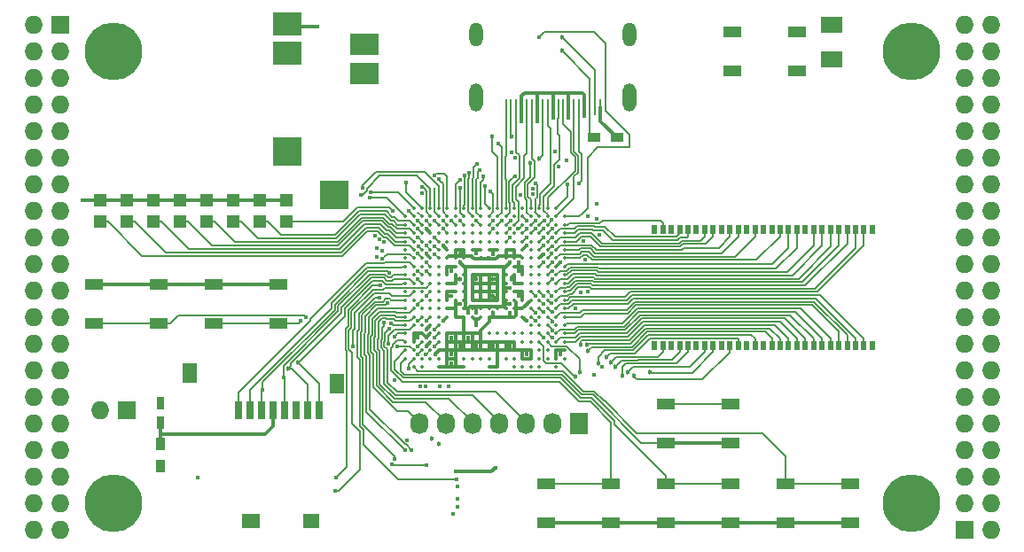
<source format=gtl>
G04 #@! TF.FileFunction,Copper,L1,Top,Signal*
%FSLAX46Y46*%
G04 Gerber Fmt 4.6, Leading zero omitted, Abs format (unit mm)*
G04 Created by KiCad (PCBNEW 4.0.5+dfsg1-4) date Fri May  5 15:21:58 2017*
%MOMM*%
%LPD*%
G01*
G04 APERTURE LIST*
%ADD10C,0.100000*%
%ADD11C,0.350000*%
%ADD12R,2.032000X1.524000*%
%ADD13R,0.700000X1.800000*%
%ADD14R,1.600000X1.400000*%
%ADD15R,1.800000X1.400000*%
%ADD16R,1.400000X1.900000*%
%ADD17R,1.800000X1.100000*%
%ADD18R,1.198880X1.198880*%
%ADD19R,2.800000X2.200000*%
%ADD20R,2.800000X2.800000*%
%ADD21R,2.800000X2.000000*%
%ADD22R,0.560000X0.900000*%
%ADD23O,1.300000X2.700000*%
%ADD24O,1.300000X2.300000*%
%ADD25R,0.250000X1.600000*%
%ADD26R,1.727200X1.727200*%
%ADD27O,1.727200X1.727200*%
%ADD28C,5.500000*%
%ADD29R,1.200000X0.900000*%
%ADD30R,1.727200X2.032000*%
%ADD31O,1.727200X2.032000*%
%ADD32R,0.750000X1.200000*%
%ADD33R,0.900000X1.200000*%
%ADD34C,0.400000*%
%ADD35C,0.454000*%
%ADD36C,0.300000*%
%ADD37C,0.190000*%
%ADD38C,0.200000*%
G04 APERTURE END LIST*
D10*
D11*
X131680000Y-80200000D03*
X132480000Y-80200000D03*
X133280000Y-80200000D03*
X134080000Y-80200000D03*
X134880000Y-80200000D03*
X135680000Y-80200000D03*
X136480000Y-80200000D03*
X137280000Y-80200000D03*
X138080000Y-80200000D03*
X138880000Y-80200000D03*
X139680000Y-80200000D03*
X140480000Y-80200000D03*
X141280000Y-80200000D03*
X142080000Y-80200000D03*
X142880000Y-80200000D03*
X143680000Y-80200000D03*
X144480000Y-80200000D03*
X145280000Y-80200000D03*
X130880000Y-81000000D03*
X131680000Y-81000000D03*
X132480000Y-81000000D03*
X133280000Y-81000000D03*
X134080000Y-81000000D03*
X134880000Y-81000000D03*
X135680000Y-81000000D03*
X136480000Y-81000000D03*
X137280000Y-81000000D03*
X138080000Y-81000000D03*
X138880000Y-81000000D03*
X139680000Y-81000000D03*
X140480000Y-81000000D03*
X141280000Y-81000000D03*
X142080000Y-81000000D03*
X142880000Y-81000000D03*
X143680000Y-81000000D03*
X144480000Y-81000000D03*
X145280000Y-81000000D03*
X146080000Y-81000000D03*
X130880000Y-81800000D03*
X131680000Y-81800000D03*
X132480000Y-81800000D03*
X133280000Y-81800000D03*
X134080000Y-81800000D03*
X134880000Y-81800000D03*
X135680000Y-81800000D03*
X136480000Y-81800000D03*
X137280000Y-81800000D03*
X138080000Y-81800000D03*
X138880000Y-81800000D03*
X139680000Y-81800000D03*
X140480000Y-81800000D03*
X141280000Y-81800000D03*
X142080000Y-81800000D03*
X142880000Y-81800000D03*
X143680000Y-81800000D03*
X144480000Y-81800000D03*
X145280000Y-81800000D03*
X146080000Y-81800000D03*
X130880000Y-82600000D03*
X131680000Y-82600000D03*
X132480000Y-82600000D03*
X133280000Y-82600000D03*
X134080000Y-82600000D03*
X134880000Y-82600000D03*
X135680000Y-82600000D03*
X136480000Y-82600000D03*
X137280000Y-82600000D03*
X138080000Y-82600000D03*
X138880000Y-82600000D03*
X139680000Y-82600000D03*
X140480000Y-82600000D03*
X141280000Y-82600000D03*
X142080000Y-82600000D03*
X142880000Y-82600000D03*
X143680000Y-82600000D03*
X144480000Y-82600000D03*
X145280000Y-82600000D03*
X146080000Y-82600000D03*
X130880000Y-83400000D03*
X131680000Y-83400000D03*
X132480000Y-83400000D03*
X133280000Y-83400000D03*
X134080000Y-83400000D03*
X134880000Y-83400000D03*
X135680000Y-83400000D03*
X136480000Y-83400000D03*
X137280000Y-83400000D03*
X138080000Y-83400000D03*
X138880000Y-83400000D03*
X139680000Y-83400000D03*
X140480000Y-83400000D03*
X141280000Y-83400000D03*
X142080000Y-83400000D03*
X142880000Y-83400000D03*
X143680000Y-83400000D03*
X144480000Y-83400000D03*
X145280000Y-83400000D03*
X146080000Y-83400000D03*
X130880000Y-84200000D03*
X131680000Y-84200000D03*
X132480000Y-84200000D03*
X133280000Y-84200000D03*
X134080000Y-84200000D03*
X134880000Y-84200000D03*
X135680000Y-84200000D03*
X136480000Y-84200000D03*
X137280000Y-84200000D03*
X138080000Y-84200000D03*
X138880000Y-84200000D03*
X139680000Y-84200000D03*
X140480000Y-84200000D03*
X141280000Y-84200000D03*
X142080000Y-84200000D03*
X142880000Y-84200000D03*
X143680000Y-84200000D03*
X144480000Y-84200000D03*
X145280000Y-84200000D03*
X146080000Y-84200000D03*
X130880000Y-85000000D03*
X131680000Y-85000000D03*
X132480000Y-85000000D03*
X133280000Y-85000000D03*
X134080000Y-85000000D03*
X134880000Y-85000000D03*
X135680000Y-85000000D03*
X136480000Y-85000000D03*
X137280000Y-85000000D03*
X138080000Y-85000000D03*
X138880000Y-85000000D03*
X139680000Y-85000000D03*
X140480000Y-85000000D03*
X141280000Y-85000000D03*
X142080000Y-85000000D03*
X142880000Y-85000000D03*
X143680000Y-85000000D03*
X144480000Y-85000000D03*
X145280000Y-85000000D03*
X146080000Y-85000000D03*
X130880000Y-85800000D03*
X131680000Y-85800000D03*
X132480000Y-85800000D03*
X133280000Y-85800000D03*
X134080000Y-85800000D03*
X134880000Y-85800000D03*
X135680000Y-85800000D03*
X136480000Y-85800000D03*
X137280000Y-85800000D03*
X138080000Y-85800000D03*
X138880000Y-85800000D03*
X139680000Y-85800000D03*
X140480000Y-85800000D03*
X141280000Y-85800000D03*
X142080000Y-85800000D03*
X142880000Y-85800000D03*
X143680000Y-85800000D03*
X144480000Y-85800000D03*
X145280000Y-85800000D03*
X146080000Y-85800000D03*
X130880000Y-86600000D03*
X131680000Y-86600000D03*
X132480000Y-86600000D03*
X133280000Y-86600000D03*
X134080000Y-86600000D03*
X134880000Y-86600000D03*
X135680000Y-86600000D03*
X136480000Y-86600000D03*
X137280000Y-86600000D03*
X138080000Y-86600000D03*
X138880000Y-86600000D03*
X139680000Y-86600000D03*
X140480000Y-86600000D03*
X141280000Y-86600000D03*
X142080000Y-86600000D03*
X142880000Y-86600000D03*
X143680000Y-86600000D03*
X144480000Y-86600000D03*
X145280000Y-86600000D03*
X146080000Y-86600000D03*
X130880000Y-87400000D03*
X131680000Y-87400000D03*
X132480000Y-87400000D03*
X133280000Y-87400000D03*
X134080000Y-87400000D03*
X134880000Y-87400000D03*
X135680000Y-87400000D03*
X136480000Y-87400000D03*
X137280000Y-87400000D03*
X138080000Y-87400000D03*
X138880000Y-87400000D03*
X139680000Y-87400000D03*
X140480000Y-87400000D03*
X141280000Y-87400000D03*
X142080000Y-87400000D03*
X142880000Y-87400000D03*
X143680000Y-87400000D03*
X144480000Y-87400000D03*
X145280000Y-87400000D03*
X146080000Y-87400000D03*
X130880000Y-88200000D03*
X131680000Y-88200000D03*
X132480000Y-88200000D03*
X133280000Y-88200000D03*
X134080000Y-88200000D03*
X134880000Y-88200000D03*
X135680000Y-88200000D03*
X136480000Y-88200000D03*
X137280000Y-88200000D03*
X138080000Y-88200000D03*
X138880000Y-88200000D03*
X139680000Y-88200000D03*
X140480000Y-88200000D03*
X141280000Y-88200000D03*
X142080000Y-88200000D03*
X142880000Y-88200000D03*
X143680000Y-88200000D03*
X144480000Y-88200000D03*
X145280000Y-88200000D03*
X146080000Y-88200000D03*
X130880000Y-89000000D03*
X131680000Y-89000000D03*
X132480000Y-89000000D03*
X133280000Y-89000000D03*
X134080000Y-89000000D03*
X134880000Y-89000000D03*
X135680000Y-89000000D03*
X136480000Y-89000000D03*
X137280000Y-89000000D03*
X138080000Y-89000000D03*
X138880000Y-89000000D03*
X139680000Y-89000000D03*
X140480000Y-89000000D03*
X141280000Y-89000000D03*
X142080000Y-89000000D03*
X142880000Y-89000000D03*
X143680000Y-89000000D03*
X144480000Y-89000000D03*
X145280000Y-89000000D03*
X146080000Y-89000000D03*
X130880000Y-89800000D03*
X131680000Y-89800000D03*
X132480000Y-89800000D03*
X133280000Y-89800000D03*
X134080000Y-89800000D03*
X134880000Y-89800000D03*
X135680000Y-89800000D03*
X136480000Y-89800000D03*
X137280000Y-89800000D03*
X138080000Y-89800000D03*
X138880000Y-89800000D03*
X139680000Y-89800000D03*
X140480000Y-89800000D03*
X141280000Y-89800000D03*
X142080000Y-89800000D03*
X142880000Y-89800000D03*
X143680000Y-89800000D03*
X144480000Y-89800000D03*
X145280000Y-89800000D03*
X146080000Y-89800000D03*
X130880000Y-90600000D03*
X131680000Y-90600000D03*
X132480000Y-90600000D03*
X133280000Y-90600000D03*
X134080000Y-90600000D03*
X134880000Y-90600000D03*
X135680000Y-90600000D03*
X136480000Y-90600000D03*
X137280000Y-90600000D03*
X138080000Y-90600000D03*
X138880000Y-90600000D03*
X139680000Y-90600000D03*
X140480000Y-90600000D03*
X141280000Y-90600000D03*
X142080000Y-90600000D03*
X142880000Y-90600000D03*
X143680000Y-90600000D03*
X144480000Y-90600000D03*
X145280000Y-90600000D03*
X146080000Y-90600000D03*
X130880000Y-91400000D03*
X131680000Y-91400000D03*
X132480000Y-91400000D03*
X133280000Y-91400000D03*
X134080000Y-91400000D03*
X142880000Y-91400000D03*
X143680000Y-91400000D03*
X144480000Y-91400000D03*
X145280000Y-91400000D03*
X146080000Y-91400000D03*
X130880000Y-92200000D03*
X131680000Y-92200000D03*
X132480000Y-92200000D03*
X133280000Y-92200000D03*
X134080000Y-92200000D03*
X134880000Y-92200000D03*
X135680000Y-92200000D03*
X136480000Y-92200000D03*
X137280000Y-92200000D03*
X138080000Y-92200000D03*
X138880000Y-92200000D03*
X139680000Y-92200000D03*
X140480000Y-92200000D03*
X141280000Y-92200000D03*
X142080000Y-92200000D03*
X142880000Y-92200000D03*
X143680000Y-92200000D03*
X144480000Y-92200000D03*
X145280000Y-92200000D03*
X146080000Y-92200000D03*
X130880000Y-93000000D03*
X131680000Y-93000000D03*
X132480000Y-93000000D03*
X133280000Y-93000000D03*
X134080000Y-93000000D03*
X134880000Y-93000000D03*
X135680000Y-93000000D03*
X136480000Y-93000000D03*
X137280000Y-93000000D03*
X138080000Y-93000000D03*
X138880000Y-93000000D03*
X139680000Y-93000000D03*
X140480000Y-93000000D03*
X141280000Y-93000000D03*
X142080000Y-93000000D03*
X142880000Y-93000000D03*
X143680000Y-93000000D03*
X144480000Y-93000000D03*
X145280000Y-93000000D03*
X146080000Y-93000000D03*
X130880000Y-93800000D03*
X131680000Y-93800000D03*
X132480000Y-93800000D03*
X133280000Y-93800000D03*
X134080000Y-93800000D03*
X134880000Y-93800000D03*
X135680000Y-93800000D03*
X136480000Y-93800000D03*
X137280000Y-93800000D03*
X138080000Y-93800000D03*
X138880000Y-93800000D03*
X139680000Y-93800000D03*
X140480000Y-93800000D03*
X141280000Y-93800000D03*
X142080000Y-93800000D03*
X142880000Y-93800000D03*
X143680000Y-93800000D03*
X144480000Y-93800000D03*
X145280000Y-93800000D03*
X146080000Y-93800000D03*
X130880000Y-94600000D03*
X131680000Y-94600000D03*
X132480000Y-94600000D03*
X133280000Y-94600000D03*
X134080000Y-94600000D03*
X134880000Y-94600000D03*
X135680000Y-94600000D03*
X136480000Y-94600000D03*
X137280000Y-94600000D03*
X138080000Y-94600000D03*
X138880000Y-94600000D03*
X139680000Y-94600000D03*
X140480000Y-94600000D03*
X141280000Y-94600000D03*
X142080000Y-94600000D03*
X142880000Y-94600000D03*
X143680000Y-94600000D03*
X144480000Y-94600000D03*
X145280000Y-94600000D03*
X146080000Y-94600000D03*
X131680000Y-95400000D03*
X132480000Y-95400000D03*
X134080000Y-95400000D03*
X134880000Y-95400000D03*
X135680000Y-95400000D03*
X136480000Y-95400000D03*
X138880000Y-95400000D03*
X139680000Y-95400000D03*
X141280000Y-95400000D03*
X142080000Y-95400000D03*
X142880000Y-95400000D03*
X143680000Y-95400000D03*
X145280000Y-95400000D03*
D12*
X171570000Y-65992000D03*
X171570000Y-62690000D03*
D13*
X114930000Y-99520000D03*
X116030000Y-99520000D03*
X117130000Y-99520000D03*
X118230000Y-99520000D03*
X119330000Y-99520000D03*
X120430000Y-99520000D03*
X121530000Y-99520000D03*
X122630000Y-99520000D03*
D14*
X121920000Y-110120000D03*
D15*
X116120000Y-110120000D03*
D16*
X124320000Y-96970000D03*
X110270000Y-95970000D03*
D17*
X101160000Y-87510000D03*
X107360000Y-87510000D03*
X101160000Y-91210000D03*
X107360000Y-91210000D03*
X112590000Y-87510000D03*
X118790000Y-87510000D03*
X112590000Y-91210000D03*
X118790000Y-91210000D03*
X155770000Y-98940000D03*
X161970000Y-98940000D03*
X155770000Y-102640000D03*
X161970000Y-102640000D03*
X161970000Y-110260000D03*
X155770000Y-110260000D03*
X161970000Y-106560000D03*
X155770000Y-106560000D03*
X150540000Y-110260000D03*
X144340000Y-110260000D03*
X150540000Y-106560000D03*
X144340000Y-106560000D03*
X173400000Y-110260000D03*
X167200000Y-110260000D03*
X173400000Y-106560000D03*
X167200000Y-106560000D03*
D18*
X119500000Y-81519020D03*
X119500000Y-79420980D03*
X116960000Y-81519020D03*
X116960000Y-79420980D03*
X114420000Y-81519020D03*
X114420000Y-79420980D03*
X111880000Y-81519020D03*
X111880000Y-79420980D03*
X109340000Y-81519020D03*
X109340000Y-79420980D03*
X106800000Y-81519020D03*
X106800000Y-79420980D03*
X104260000Y-81519020D03*
X104260000Y-79420980D03*
X101720000Y-81519020D03*
X101720000Y-79420980D03*
D19*
X119610000Y-62640000D03*
X119610000Y-65440000D03*
D20*
X119610000Y-74840000D03*
X124060000Y-78940000D03*
D21*
X127010000Y-67340000D03*
X127010000Y-64540000D03*
D22*
X175480000Y-82270000D03*
X154680000Y-93330000D03*
X155480000Y-93330000D03*
X156280000Y-93330000D03*
X157080000Y-93330000D03*
X157880000Y-93330000D03*
X158680000Y-93330000D03*
X159480000Y-93330000D03*
X160280000Y-93330000D03*
X161080000Y-93330000D03*
X161880000Y-93330000D03*
X162680000Y-93330000D03*
X163480000Y-93330000D03*
X164280000Y-93330000D03*
X165080000Y-93330000D03*
X165880000Y-93330000D03*
X166680000Y-93330000D03*
X167480000Y-93330000D03*
X168280000Y-93330000D03*
X169080000Y-93330000D03*
X169880000Y-93330000D03*
X170680000Y-93330000D03*
X171480000Y-93330000D03*
X172280000Y-93330000D03*
X173080000Y-93330000D03*
X173880000Y-93330000D03*
X174680000Y-93330000D03*
X175480000Y-93330000D03*
X174680000Y-82270000D03*
X173880000Y-82270000D03*
X173080000Y-82270000D03*
X172280000Y-82270000D03*
X171480000Y-82270000D03*
X170680000Y-82270000D03*
X169880000Y-82270000D03*
X169080000Y-82270000D03*
X168280000Y-82270000D03*
X167480000Y-82270000D03*
X166680000Y-82270000D03*
X165880000Y-82270000D03*
X165080000Y-82270000D03*
X164280000Y-82270000D03*
X163480000Y-82270000D03*
X162680000Y-82270000D03*
X161880000Y-82270000D03*
X161080000Y-82270000D03*
X160280000Y-82270000D03*
X159480000Y-82270000D03*
X158680000Y-82270000D03*
X157880000Y-82270000D03*
X157080000Y-82270000D03*
X156280000Y-82270000D03*
X155480000Y-82270000D03*
X154680000Y-82270000D03*
D23*
X152280000Y-69650000D03*
X137680000Y-69650000D03*
D24*
X137680000Y-63600000D03*
D25*
X140480000Y-70600000D03*
X140980000Y-70600000D03*
X141480000Y-70600000D03*
X141980000Y-70600000D03*
X142480000Y-70600000D03*
X142980000Y-70600000D03*
X143480000Y-70600000D03*
X143980000Y-70600000D03*
X144480000Y-70600000D03*
X144980000Y-70600000D03*
X145480000Y-70600000D03*
X145980000Y-70600000D03*
X146480000Y-70600000D03*
X146980000Y-70600000D03*
X147480000Y-70600000D03*
X147980000Y-70600000D03*
X148480000Y-70600000D03*
X148980000Y-70600000D03*
X149480000Y-70600000D03*
D24*
X152280000Y-63600000D03*
D26*
X97910000Y-62690000D03*
D27*
X95370000Y-62690000D03*
X97910000Y-65230000D03*
X95370000Y-65230000D03*
X97910000Y-67770000D03*
X95370000Y-67770000D03*
X97910000Y-70310000D03*
X95370000Y-70310000D03*
X97910000Y-72850000D03*
X95370000Y-72850000D03*
X97910000Y-75390000D03*
X95370000Y-75390000D03*
X97910000Y-77930000D03*
X95370000Y-77930000D03*
X97910000Y-80470000D03*
X95370000Y-80470000D03*
X97910000Y-83010000D03*
X95370000Y-83010000D03*
X97910000Y-85550000D03*
X95370000Y-85550000D03*
X97910000Y-88090000D03*
X95370000Y-88090000D03*
X97910000Y-90630000D03*
X95370000Y-90630000D03*
X97910000Y-93170000D03*
X95370000Y-93170000D03*
X97910000Y-95710000D03*
X95370000Y-95710000D03*
X97910000Y-98250000D03*
X95370000Y-98250000D03*
X97910000Y-100790000D03*
X95370000Y-100790000D03*
X97910000Y-103330000D03*
X95370000Y-103330000D03*
X97910000Y-105870000D03*
X95370000Y-105870000D03*
X97910000Y-108410000D03*
X95370000Y-108410000D03*
X97910000Y-110950000D03*
X95370000Y-110950000D03*
D26*
X184270000Y-110950000D03*
D27*
X186810000Y-110950000D03*
X184270000Y-108410000D03*
X186810000Y-108410000D03*
X184270000Y-105870000D03*
X186810000Y-105870000D03*
X184270000Y-103330000D03*
X186810000Y-103330000D03*
X184270000Y-100790000D03*
X186810000Y-100790000D03*
X184270000Y-98250000D03*
X186810000Y-98250000D03*
X184270000Y-95710000D03*
X186810000Y-95710000D03*
X184270000Y-93170000D03*
X186810000Y-93170000D03*
X184270000Y-90630000D03*
X186810000Y-90630000D03*
X184270000Y-88090000D03*
X186810000Y-88090000D03*
X184270000Y-85550000D03*
X186810000Y-85550000D03*
X184270000Y-83010000D03*
X186810000Y-83010000D03*
X184270000Y-80470000D03*
X186810000Y-80470000D03*
X184270000Y-77930000D03*
X186810000Y-77930000D03*
X184270000Y-75390000D03*
X186810000Y-75390000D03*
X184270000Y-72850000D03*
X186810000Y-72850000D03*
X184270000Y-70310000D03*
X186810000Y-70310000D03*
X184270000Y-67770000D03*
X186810000Y-67770000D03*
X184270000Y-65230000D03*
X186810000Y-65230000D03*
X184270000Y-62690000D03*
X186810000Y-62690000D03*
D28*
X102990000Y-108410000D03*
X179190000Y-108410000D03*
X179190000Y-65230000D03*
X102990000Y-65230000D03*
D17*
X162120000Y-63380000D03*
X168320000Y-63380000D03*
X162120000Y-67080000D03*
X168320000Y-67080000D03*
D29*
X151080000Y-73485000D03*
X148880000Y-73485000D03*
D26*
X104260000Y-99520000D03*
D27*
X101720000Y-99520000D03*
D30*
X147440000Y-100790000D03*
D31*
X144900000Y-100790000D03*
X142360000Y-100790000D03*
X139820000Y-100790000D03*
X137280000Y-100790000D03*
X134740000Y-100790000D03*
X132200000Y-100790000D03*
D32*
X107480000Y-100750000D03*
X107480000Y-98850000D03*
D33*
X107480000Y-102700000D03*
X107480000Y-104900000D03*
D34*
X145680000Y-85422010D03*
X146474680Y-71591464D03*
X147980000Y-71421198D03*
X144973174Y-71597397D03*
X100017740Y-79439515D03*
X132880424Y-84565132D03*
X133710711Y-94200625D03*
X143480000Y-71900000D03*
X141986140Y-71899854D03*
X144080000Y-84600000D03*
X145680000Y-94200000D03*
X136080000Y-89400000D03*
X140880000Y-90200000D03*
X135280000Y-95000000D03*
X135280000Y-94200000D03*
X142480000Y-94200000D03*
X140880000Y-93400000D03*
X139280000Y-93400000D03*
X137680000Y-93400000D03*
X136080000Y-93400000D03*
X136880000Y-92600000D03*
X135280000Y-92600000D03*
X132880000Y-91800000D03*
X132880000Y-93400000D03*
X132880000Y-82200000D03*
D35*
X139282888Y-90185466D03*
X141042859Y-86994997D03*
X139280000Y-87000000D03*
X136110990Y-86995403D03*
X139280000Y-88600000D03*
X137680000Y-87000000D03*
X136080000Y-84600000D03*
D34*
X149185000Y-79800000D03*
X137665894Y-91402446D03*
X135273306Y-88618602D03*
X139272517Y-84611349D03*
X137680556Y-84534085D03*
X141680000Y-86200000D03*
X135280000Y-86200000D03*
X132880000Y-92600000D03*
X132080000Y-92600000D03*
X141680000Y-88600000D03*
X141680000Y-85400000D03*
X129823960Y-96637415D03*
X140880000Y-89400000D03*
X137680000Y-90172990D03*
X140880000Y-87800000D03*
X140880000Y-85400000D03*
X136880000Y-90200000D03*
D35*
X136080000Y-85400000D03*
D34*
X129541426Y-91206659D03*
X121408624Y-90632457D03*
X129813284Y-92511909D03*
X120880000Y-91000000D03*
X139280000Y-82200000D03*
X142480000Y-91000000D03*
X142480000Y-83800000D03*
X134480000Y-83800000D03*
X134480000Y-91000000D03*
X134989752Y-97256032D03*
X135884156Y-106800406D03*
X133680000Y-91800000D03*
D35*
X134074414Y-102752225D03*
D34*
X135855186Y-108022639D03*
X134198152Y-97269984D03*
D35*
X133449289Y-102232615D03*
D34*
X133680000Y-92600000D03*
X132849983Y-97256032D03*
X129563728Y-104680338D03*
X132918584Y-104800000D03*
X135853254Y-108792386D03*
X133685668Y-93402482D03*
X132290906Y-97256032D03*
X131019992Y-102364188D03*
X135471949Y-109409592D03*
X132858000Y-94197073D03*
X122480000Y-62900000D03*
D35*
X145851858Y-65189228D03*
X145873729Y-63920849D03*
D34*
X143680000Y-63900000D03*
X140080000Y-81400000D03*
X129373612Y-86363428D03*
X132080000Y-86200000D03*
X117280000Y-97600000D03*
X119260183Y-96350895D03*
D35*
X119709193Y-95550883D03*
X120634035Y-94977604D03*
D34*
X147480000Y-77822010D03*
X146387166Y-77918991D03*
X131453853Y-103296209D03*
X144885216Y-91021238D03*
D35*
X149288902Y-95043868D03*
D34*
X144885689Y-90132858D03*
D35*
X150129901Y-94414903D03*
X152680000Y-96207825D03*
D34*
X144890381Y-83866022D03*
X144894101Y-83022010D03*
D35*
X154275598Y-95924907D03*
D34*
X144901285Y-86268736D03*
D35*
X152118693Y-95894785D03*
X151619585Y-96207825D03*
D34*
X144888562Y-86993817D03*
D35*
X150902589Y-95397137D03*
D34*
X144877648Y-88622010D03*
X144869421Y-89288847D03*
D35*
X150496552Y-94981555D03*
X148342288Y-93839222D03*
D34*
X144882782Y-91877646D03*
D35*
X147644473Y-93229475D03*
D34*
X144080000Y-92600000D03*
D35*
X148224044Y-93270369D03*
D34*
X144882352Y-92577990D03*
X131191207Y-95514394D03*
X130123876Y-93413277D03*
X132080000Y-93400000D03*
X129280000Y-93200000D03*
X132080000Y-94200000D03*
X128649840Y-85087828D03*
X111080000Y-106000000D03*
X129212070Y-89291543D03*
X132080000Y-89444020D03*
X130839486Y-103354982D03*
X132880000Y-86200000D03*
X129880000Y-104200000D03*
X128388593Y-88745409D03*
X132880000Y-88600000D03*
X135778649Y-106163691D03*
X128476551Y-87584386D03*
X124253981Y-105982535D03*
X132080000Y-87000000D03*
X125899900Y-93452662D03*
X124202418Y-107207639D03*
X139782500Y-74073458D03*
D35*
X139185419Y-73378045D03*
X141029139Y-73391006D03*
X143625670Y-75521246D03*
X142775852Y-75939146D03*
D34*
X135274882Y-81390604D03*
X134480367Y-81390604D03*
X134058357Y-77465303D03*
X133668154Y-77111081D03*
X126773709Y-78308800D03*
X126604386Y-78926444D03*
X127445822Y-79226361D03*
X127566271Y-78713298D03*
X132504562Y-78200000D03*
X132505009Y-78796823D03*
X132884441Y-81391117D03*
X128013789Y-82814208D03*
X132084319Y-83022010D03*
X128395011Y-83178075D03*
X132886504Y-83777990D03*
X128874210Y-83399899D03*
X132117443Y-83866021D03*
X128177048Y-84021806D03*
X132032194Y-84565132D03*
X128656426Y-84243816D03*
X133671942Y-84595200D03*
X128146548Y-84865817D03*
X132875802Y-85421990D03*
D35*
X147131990Y-96348010D03*
X147526704Y-95921658D03*
D34*
X148880000Y-96100000D03*
X143280000Y-91000000D03*
X144082424Y-90132858D03*
X149700826Y-95417640D03*
X147123968Y-89767616D03*
X144035793Y-89397606D03*
X143281824Y-90201951D03*
X144080517Y-85397219D03*
X144886544Y-85385186D03*
X149400006Y-82723643D03*
X144080000Y-83000000D03*
X144885092Y-82177990D03*
X147595986Y-88289581D03*
X144082832Y-88584510D03*
X148280000Y-88177990D03*
X143278026Y-88595030D03*
X149129066Y-81214474D03*
X144076901Y-82186448D03*
X148337768Y-80975785D03*
X144866392Y-81333979D03*
X139280000Y-81400000D03*
X139030990Y-78600803D03*
X138474753Y-78117762D03*
X138291969Y-77164182D03*
X137754556Y-75974186D03*
X137974958Y-76577236D03*
X137680000Y-81400000D03*
X136967862Y-76797850D03*
X136540508Y-77107981D03*
X136123321Y-77473680D03*
X136102010Y-78268593D03*
X136080000Y-81400000D03*
X148063983Y-85114902D03*
X144877691Y-84532933D03*
X147880000Y-83319858D03*
X144080000Y-83800000D03*
X143019945Y-78903038D03*
X142473549Y-82998913D03*
X143086704Y-78380271D03*
X142457990Y-82191394D03*
X145520358Y-76270654D03*
X144146021Y-81374784D03*
X143323210Y-77837480D03*
X146289107Y-75636632D03*
X143302010Y-82194992D03*
X143302010Y-81381735D03*
X145172870Y-74792620D03*
X141853043Y-78968642D03*
X141657990Y-82130345D03*
X142457990Y-81382236D03*
X140924011Y-81375594D03*
X141346021Y-77170289D03*
X141046643Y-74873804D03*
X140864029Y-83041403D03*
X141329877Y-75415642D03*
X140902010Y-82179283D03*
X133680000Y-82977990D03*
X132080000Y-81400000D03*
X132080000Y-82177990D03*
X130976883Y-77755103D03*
X133680000Y-81400000D03*
X133680000Y-83822010D03*
X129376114Y-91707073D03*
X132880000Y-91000000D03*
X128844976Y-91174475D03*
X132077648Y-90977990D03*
X129680000Y-80500000D03*
X131180000Y-80500000D03*
X134480000Y-82200000D03*
X139480000Y-105000000D03*
X135680000Y-105400000D03*
D36*
X145280000Y-85800000D02*
X145657990Y-85422010D01*
X145657990Y-85422010D02*
X145680000Y-85422010D01*
X147980000Y-70600000D02*
X147980000Y-71421198D01*
X146480000Y-70600000D02*
X146474680Y-70605320D01*
X146474680Y-70605320D02*
X146474680Y-71308622D01*
X146474680Y-71308622D02*
X146474680Y-71591464D01*
X144973174Y-71314555D02*
X144973174Y-71597397D01*
X144980000Y-70600000D02*
X144973174Y-70606826D01*
X144973174Y-70606826D02*
X144973174Y-71314555D01*
X100036275Y-79420980D02*
X100017740Y-79439515D01*
X101720000Y-79420980D02*
X100036275Y-79420980D01*
X133280000Y-85000000D02*
X132880424Y-84600424D01*
X132880424Y-84600424D02*
X132880424Y-84565132D01*
X141280000Y-85000000D02*
X141280000Y-84800000D01*
X141280000Y-84200000D02*
X141280000Y-85000000D01*
X140480000Y-84200000D02*
X141280000Y-84200000D01*
X141280000Y-84800000D02*
X141280000Y-84200000D01*
X141905001Y-84825001D02*
X141305001Y-84825001D01*
X141305001Y-84825001D02*
X141280000Y-84800000D01*
X140480000Y-85000000D02*
X140480000Y-84200000D01*
X139680000Y-85000000D02*
X139680000Y-84898347D01*
X139680000Y-84898347D02*
X139753346Y-84825001D01*
X138280000Y-85088351D02*
X138680000Y-85088351D01*
X137463975Y-85088351D02*
X138280000Y-85088351D01*
X138280000Y-85088351D02*
X139489996Y-85088351D01*
X138080000Y-85000000D02*
X138191649Y-85000000D01*
X138191649Y-85000000D02*
X138280000Y-85088351D01*
X138880000Y-85000000D02*
X138768351Y-85000000D01*
X138768351Y-85000000D02*
X138680000Y-85088351D01*
X135680000Y-84200000D02*
X135680000Y-84800000D01*
X135680000Y-84800000D02*
X135680000Y-85000000D01*
X135054999Y-84825001D02*
X135654999Y-84825001D01*
X135654999Y-84825001D02*
X135680000Y-84800000D01*
X136480000Y-85000000D02*
X136480000Y-84200000D01*
X134880000Y-85000000D02*
X135054999Y-84825001D01*
X138880000Y-87400000D02*
X139680000Y-87400000D01*
X138880000Y-88200000D02*
X138880000Y-89000000D01*
X138880000Y-88200000D02*
X139680000Y-88200000D01*
X137280000Y-88200000D02*
X138080000Y-88200000D01*
X141454999Y-89174999D02*
X141280000Y-89000000D01*
X141454999Y-90425001D02*
X141454999Y-89174999D01*
X141280000Y-90600000D02*
X141454999Y-90425001D01*
X134080000Y-93800000D02*
X133710711Y-94169289D01*
X133710711Y-94169289D02*
X133710711Y-94200625D01*
X142280000Y-69200000D02*
X143480000Y-69200000D01*
X143480000Y-69200000D02*
X144980000Y-69200000D01*
X143480000Y-70600000D02*
X143480000Y-69200000D01*
X144980000Y-69200000D02*
X146480000Y-69200000D01*
X144980000Y-70600000D02*
X144980000Y-69200000D01*
X146480000Y-69200000D02*
X147780000Y-69200000D01*
X146480000Y-70600000D02*
X146480000Y-69200000D01*
X147980000Y-69400000D02*
X147980000Y-70600000D01*
X147780000Y-69200000D02*
X147980000Y-69400000D01*
X141980000Y-70600000D02*
X141980000Y-69500000D01*
X141980000Y-69500000D02*
X142280000Y-69200000D01*
X143480000Y-70600000D02*
X143480000Y-71900000D01*
X116960000Y-79420980D02*
X119500000Y-79420980D01*
X114420000Y-79420980D02*
X116960000Y-79420980D01*
X111880000Y-79420980D02*
X114420000Y-79420980D01*
X109340000Y-79420980D02*
X111880000Y-79420980D01*
X106800000Y-79420980D02*
X109340000Y-79420980D01*
X104260000Y-79420980D02*
X106800000Y-79420980D01*
X101720000Y-79420980D02*
X104260000Y-79420980D01*
X141980000Y-71893714D02*
X141986140Y-71899854D01*
X141980000Y-70600000D02*
X141980000Y-71893714D01*
X143680000Y-85000000D02*
X144080000Y-84600000D01*
X142080000Y-89800000D02*
X142880000Y-89000000D01*
X145680000Y-93800000D02*
X145280000Y-93800000D01*
X146080000Y-93800000D02*
X145680000Y-93800000D01*
X145680000Y-93800000D02*
X145680000Y-94200000D01*
X135680000Y-89400000D02*
X135680000Y-89800000D01*
X135680000Y-89000000D02*
X135680000Y-89400000D01*
X135680000Y-89400000D02*
X136080000Y-89400000D01*
X140880000Y-90600000D02*
X141280000Y-90600000D01*
X139280000Y-90600000D02*
X140880000Y-90600000D01*
X140880000Y-90600000D02*
X140880000Y-90200000D01*
X135280000Y-95400000D02*
X135680000Y-95400000D01*
X134880000Y-95400000D02*
X135280000Y-95400000D01*
X135280000Y-95400000D02*
X135280000Y-95000000D01*
X135280000Y-93800000D02*
X135680000Y-93800000D01*
X134880000Y-93800000D02*
X135280000Y-93800000D01*
X135280000Y-93800000D02*
X135280000Y-94200000D01*
X142480000Y-93800000D02*
X142080000Y-93800000D01*
X142880000Y-93800000D02*
X142480000Y-93800000D01*
X142480000Y-93800000D02*
X142480000Y-94200000D01*
X140880000Y-93000000D02*
X141280000Y-93000000D01*
X140480000Y-93000000D02*
X140880000Y-93000000D01*
X140880000Y-93000000D02*
X140880000Y-93400000D01*
X139280000Y-93000000D02*
X138880000Y-93000000D01*
X139680000Y-93000000D02*
X139280000Y-93000000D01*
X139280000Y-93000000D02*
X139280000Y-93400000D01*
X137680000Y-93000000D02*
X137280000Y-93000000D01*
X137680000Y-93000000D02*
X137680000Y-93400000D01*
X138080000Y-93000000D02*
X137680000Y-93000000D01*
X136080000Y-93000000D02*
X135680000Y-93000000D01*
X136480000Y-93000000D02*
X136080000Y-93000000D01*
X136080000Y-93000000D02*
X136080000Y-93400000D01*
X136880000Y-93000000D02*
X136480000Y-93000000D01*
X137280000Y-93000000D02*
X136880000Y-93000000D01*
X136880000Y-93000000D02*
X136880000Y-92600000D01*
X135280000Y-93000000D02*
X135680000Y-93000000D01*
X134880000Y-93000000D02*
X135280000Y-93000000D01*
X135280000Y-93000000D02*
X135280000Y-92600000D01*
X133280000Y-91400000D02*
X132880000Y-91800000D01*
X133280000Y-93000000D02*
X132880000Y-93400000D01*
X133280000Y-82600000D02*
X132880000Y-82200000D01*
X139753346Y-84825001D02*
X141905001Y-84825001D01*
X135054999Y-84825001D02*
X137200625Y-84825001D01*
X137200625Y-84825001D02*
X137463975Y-85088351D01*
X139489996Y-85088351D02*
X139753346Y-84825001D01*
X141905001Y-84825001D02*
X142080000Y-85000000D01*
X139282888Y-90506492D02*
X139282888Y-90185466D01*
X139280000Y-90600000D02*
X139282888Y-90597112D01*
X139282888Y-90597112D02*
X139282888Y-90506492D01*
X141042859Y-86837141D02*
X141042859Y-86994997D01*
X141280000Y-86600000D02*
X141042859Y-86837141D01*
X139680000Y-87000000D02*
X139680000Y-89000000D01*
X139680000Y-86600000D02*
X139680000Y-87000000D01*
X139680000Y-87000000D02*
X139280000Y-87000000D01*
X135684597Y-86995403D02*
X135789964Y-86995403D01*
X135680000Y-87000000D02*
X135684597Y-86995403D01*
X135789964Y-86995403D02*
X136110990Y-86995403D01*
X135680000Y-87000000D02*
X135680000Y-86600000D01*
X135680000Y-87400000D02*
X135680000Y-87000000D01*
X138880000Y-90600000D02*
X138880000Y-91091880D01*
X138880000Y-91091880D02*
X138080000Y-91891880D01*
X138080000Y-91891880D02*
X138080000Y-92200000D01*
X136480000Y-90600000D02*
X136480000Y-92200000D01*
X138880000Y-90600000D02*
X139280000Y-90600000D01*
X139680000Y-89000000D02*
X139280000Y-88600000D01*
X137280000Y-86600000D02*
X137680000Y-87000000D01*
X136480000Y-84200000D02*
X136080000Y-84600000D01*
X141280000Y-86600000D02*
X141280000Y-87400000D01*
X142080000Y-87400000D02*
X141280000Y-87400000D01*
X141280000Y-89800000D02*
X142080000Y-89800000D01*
X135680000Y-84200000D02*
X136480000Y-84200000D01*
X134880000Y-87400000D02*
X135680000Y-87400000D01*
X138880000Y-86600000D02*
X138880000Y-89000000D01*
X138080000Y-86600000D02*
X138080000Y-89000000D01*
X139680000Y-87400000D02*
X137280000Y-87400000D01*
X137280000Y-88200000D02*
X139680000Y-88200000D01*
X137280000Y-86600000D02*
X137280000Y-89000000D01*
X138880000Y-86600000D02*
X139680000Y-86600000D01*
X138080000Y-86600000D02*
X138880000Y-86600000D01*
X137280000Y-86600000D02*
X138080000Y-86600000D01*
X138880000Y-89000000D02*
X139680000Y-89000000D01*
X138080000Y-89000000D02*
X138880000Y-89000000D01*
X137280000Y-89000000D02*
X138080000Y-89000000D01*
X135680000Y-89800000D02*
X134880000Y-89800000D01*
X135680000Y-90600000D02*
X135680000Y-89800000D01*
X135680000Y-90600000D02*
X136480000Y-90600000D01*
X140480000Y-93000000D02*
X139680000Y-93000000D01*
X139680000Y-93800000D02*
X140480000Y-93800000D01*
X139680000Y-93800000D02*
X139680000Y-94600000D01*
X139680000Y-95400000D02*
X139680000Y-94600000D01*
X138880000Y-95400000D02*
X139680000Y-95400000D01*
X135680000Y-95400000D02*
X136480000Y-95400000D01*
X135680000Y-95400000D02*
X135680000Y-94600000D01*
X134880000Y-95400000D02*
X134080000Y-95400000D01*
X134880000Y-94600000D02*
X134880000Y-95400000D01*
X134080000Y-93800000D02*
X134880000Y-93800000D01*
X134880000Y-94600000D02*
X134880000Y-93800000D01*
X135680000Y-94600000D02*
X134880000Y-94600000D01*
X135680000Y-93800000D02*
X135680000Y-94600000D01*
X134880000Y-93000000D02*
X134880000Y-93800000D01*
X134880000Y-92200000D02*
X134880000Y-93000000D01*
X135680000Y-92200000D02*
X134880000Y-92200000D01*
X135680000Y-93800000D02*
X136480000Y-93800000D01*
X135680000Y-93000000D02*
X135680000Y-93800000D01*
X135680000Y-92200000D02*
X135680000Y-93000000D01*
X135680000Y-92200000D02*
X136480000Y-92200000D01*
X136480000Y-92200000D02*
X137280000Y-92200000D01*
X137280000Y-93800000D02*
X137280000Y-93000000D01*
X136480000Y-93800000D02*
X137280000Y-93800000D01*
X136480000Y-93000000D02*
X136480000Y-93800000D01*
X136480000Y-92200000D02*
X136480000Y-93000000D01*
X137280000Y-92200000D02*
X138080000Y-92200000D01*
X137280000Y-93800000D02*
X138080000Y-93800000D01*
X137280000Y-92200000D02*
X137280000Y-93000000D01*
X138080000Y-92200000D02*
X138080000Y-93000000D01*
X138080000Y-93000000D02*
X138880000Y-93000000D01*
X138080000Y-93800000D02*
X138080000Y-93000000D01*
X138880000Y-93800000D02*
X138080000Y-93800000D01*
X138880000Y-93000000D02*
X138880000Y-93800000D01*
X139680000Y-93800000D02*
X139680000Y-93000000D01*
X138880000Y-93800000D02*
X139680000Y-93800000D01*
X140480000Y-93000000D02*
X140480000Y-93800000D01*
X141280000Y-93000000D02*
X141280000Y-93800000D01*
X141280000Y-93800000D02*
X142080000Y-93800000D01*
X140480000Y-93800000D02*
X141280000Y-93800000D01*
X142080000Y-94600000D02*
X142880000Y-94600000D01*
X142080000Y-93800000D02*
X142080000Y-94600000D01*
X142880000Y-94600000D02*
X142880000Y-93800000D01*
X145280000Y-93800000D02*
X145280000Y-94600000D01*
X149480000Y-71885000D02*
X151080000Y-73485000D01*
X149480000Y-70600000D02*
X149480000Y-71885000D01*
X137665894Y-91119604D02*
X137665894Y-91402446D01*
X137665894Y-90814106D02*
X137665894Y-91119604D01*
X137680000Y-90800000D02*
X137665894Y-90814106D01*
X137680000Y-90800000D02*
X137880000Y-90800000D01*
X137480000Y-90800000D02*
X137680000Y-90800000D01*
X137880000Y-90800000D02*
X138080000Y-90600000D01*
X137280000Y-90600000D02*
X137480000Y-90800000D01*
X132880000Y-92600000D02*
X133280000Y-92200000D01*
X132480000Y-92200000D02*
X132880000Y-92600000D01*
X134990464Y-88618602D02*
X135273306Y-88618602D01*
X134898602Y-88618602D02*
X134990464Y-88618602D01*
X134880000Y-88600000D02*
X134898602Y-88618602D01*
X139272517Y-84328507D02*
X139272517Y-84611349D01*
X139272517Y-84207483D02*
X139272517Y-84328507D01*
X139280000Y-84200000D02*
X139272517Y-84207483D01*
X137680556Y-84200556D02*
X137680556Y-84251243D01*
X137680000Y-84200000D02*
X137680556Y-84200556D01*
X137680556Y-84251243D02*
X137680556Y-84534085D01*
X142080000Y-88600000D02*
X142080000Y-89000000D01*
X142080000Y-88200000D02*
X142080000Y-88600000D01*
X141680000Y-85800000D02*
X141680000Y-86200000D01*
X135280000Y-85800000D02*
X135680000Y-85800000D01*
X134880000Y-85800000D02*
X135280000Y-85800000D01*
X135280000Y-85800000D02*
X135280000Y-86200000D01*
X132080000Y-92200000D02*
X132480000Y-92200000D01*
X131680000Y-92200000D02*
X132080000Y-92200000D01*
X132080000Y-92200000D02*
X132080000Y-92600000D01*
X131680000Y-93000000D02*
X131680000Y-92200000D01*
X134880000Y-88600000D02*
X134880000Y-89000000D01*
X134880000Y-88200000D02*
X134880000Y-88600000D01*
X134880000Y-86200000D02*
X134880000Y-86600000D01*
X134880000Y-85800000D02*
X134880000Y-86200000D01*
X141680000Y-88200000D02*
X142080000Y-88200000D01*
X141280000Y-88200000D02*
X141680000Y-88200000D01*
X141680000Y-88200000D02*
X141680000Y-88600000D01*
X141680000Y-85800000D02*
X142080000Y-85800000D01*
X141280000Y-85800000D02*
X141680000Y-85800000D01*
X141680000Y-85800000D02*
X141680000Y-85400000D01*
X139280000Y-84200000D02*
X139680000Y-84200000D01*
X138880000Y-84200000D02*
X139280000Y-84200000D01*
X137680000Y-84200000D02*
X138080000Y-84200000D01*
X137280000Y-84200000D02*
X137680000Y-84200000D01*
X142080000Y-85800000D02*
X142080000Y-86600000D01*
X134880000Y-88200000D02*
X135680000Y-88200000D01*
X137680000Y-89625001D02*
X139680000Y-89625001D01*
X139680000Y-89800000D02*
X139680000Y-89625001D01*
X139680000Y-89625001D02*
X140305001Y-89625001D01*
X140305001Y-89400000D02*
X140305001Y-89000000D01*
X140305001Y-89000000D02*
X140305001Y-88200000D01*
X140480000Y-89000000D02*
X140305001Y-89000000D01*
X140305001Y-88200000D02*
X140305001Y-87800000D01*
X140480000Y-88200000D02*
X140305001Y-88200000D01*
X140305001Y-87800000D02*
X140305001Y-87400000D01*
X140305001Y-87400000D02*
X140305001Y-86600000D01*
X140480000Y-87400000D02*
X140305001Y-87400000D01*
X140305001Y-86600000D02*
X140305001Y-85974999D01*
X140480000Y-86600000D02*
X140305001Y-86600000D01*
X140480000Y-85800000D02*
X139480000Y-85800000D01*
X139480000Y-85800000D02*
X138680000Y-85800000D01*
X139680000Y-85800000D02*
X139480000Y-85800000D01*
X138680000Y-85800000D02*
X137880000Y-85800000D01*
X138880000Y-85800000D02*
X138680000Y-85800000D01*
X137880000Y-85800000D02*
X137080000Y-85800000D01*
X138080000Y-85800000D02*
X137880000Y-85800000D01*
X137080000Y-85800000D02*
X136480000Y-85800000D01*
X137280000Y-85800000D02*
X137080000Y-85800000D01*
X136654999Y-85974999D02*
X136654999Y-86600000D01*
X136654999Y-86600000D02*
X136654999Y-89000000D01*
X136480000Y-86600000D02*
X136654999Y-86600000D01*
X136654999Y-89000000D02*
X136654999Y-89625001D01*
X136480000Y-89000000D02*
X136654999Y-89000000D01*
X140305001Y-89400000D02*
X140880000Y-89400000D01*
X137054999Y-89625001D02*
X137680000Y-89625001D01*
X137680000Y-89625001D02*
X137680000Y-90172990D01*
X136880000Y-89800000D02*
X137054999Y-89625001D01*
X140305001Y-89625001D02*
X140480000Y-89800000D01*
X140305001Y-87800000D02*
X140880000Y-87800000D01*
X140305001Y-89625001D02*
X140305001Y-89400000D01*
X140480000Y-85800000D02*
X140880000Y-85400000D01*
X136480000Y-89800000D02*
X136880000Y-89800000D01*
X136880000Y-89800000D02*
X136880000Y-90200000D01*
X136480000Y-85800000D02*
X136080000Y-85400000D01*
X140305001Y-85974999D02*
X140480000Y-85800000D01*
X136480000Y-85800000D02*
X136654999Y-85974999D01*
X136654999Y-89625001D02*
X136480000Y-89800000D01*
D37*
X155770000Y-105797374D02*
X155770000Y-105820000D01*
X129819806Y-95588127D02*
X130662702Y-96431023D01*
X155770000Y-105820000D02*
X155770000Y-106560000D01*
X150857011Y-100884385D02*
X155770000Y-105797374D01*
X148678556Y-98358968D02*
X150857011Y-100537423D01*
X129819806Y-94860194D02*
X129819806Y-95588127D01*
X130880000Y-93800000D02*
X129819806Y-94860194D01*
X147611309Y-98358968D02*
X148678556Y-98358968D01*
X150857011Y-100537423D02*
X150857011Y-100884385D01*
X145683364Y-96431023D02*
X147611309Y-98358968D01*
X130662702Y-96431023D02*
X145683364Y-96431023D01*
X155770000Y-106560000D02*
X161970000Y-106560000D01*
X130880000Y-91400000D02*
X129734767Y-91400000D01*
X129734767Y-91400000D02*
X129541426Y-91206659D01*
X109233423Y-90426577D02*
X121202744Y-90426577D01*
X108450000Y-91210000D02*
X109233423Y-90426577D01*
X121208625Y-90432458D02*
X121408624Y-90632457D01*
X121202744Y-90426577D02*
X121208625Y-90432458D01*
X107360000Y-91210000D02*
X108450000Y-91210000D01*
X101160000Y-91210000D02*
X107360000Y-91210000D01*
X130125193Y-92200000D02*
X130013283Y-92311910D01*
X130880000Y-92200000D02*
X130125193Y-92200000D01*
X130013283Y-92311910D02*
X129813284Y-92511909D01*
X118790000Y-91210000D02*
X120670000Y-91210000D01*
X120670000Y-91210000D02*
X120880000Y-91000000D01*
X112590000Y-91210000D02*
X118790000Y-91210000D01*
X150540000Y-100668733D02*
X150540000Y-105820000D01*
X147480000Y-98675979D02*
X148547246Y-98675979D01*
X130880000Y-93000000D02*
X130705001Y-92825001D01*
X130705001Y-92825001D02*
X130103238Y-92825001D01*
X129502795Y-95719437D02*
X130617381Y-96834022D01*
X129702002Y-93226237D02*
X129702002Y-93402562D01*
X130103238Y-92825001D02*
X129702002Y-93226237D01*
X150540000Y-105820000D02*
X150540000Y-106560000D01*
X129502795Y-93601769D02*
X129502795Y-95719437D01*
X130617381Y-96834022D02*
X145638043Y-96834022D01*
X129702002Y-93402562D02*
X129502795Y-93601769D01*
X148547246Y-98675979D02*
X150540000Y-100668733D01*
X145638043Y-96834022D02*
X147480000Y-98675979D01*
X144340000Y-106560000D02*
X150540000Y-106560000D01*
X131680000Y-95400000D02*
X132077001Y-95797001D01*
X132077001Y-95797001D02*
X145945984Y-95797001D01*
X145945984Y-95797001D02*
X147873929Y-97724946D01*
X147873929Y-97724946D02*
X148941176Y-97724946D01*
X148941176Y-97724946D02*
X149839220Y-98622990D01*
X149839220Y-98622990D02*
X149902990Y-98622990D01*
X149902990Y-98622990D02*
X152969032Y-101689032D01*
X152969032Y-101689032D02*
X164969032Y-101689032D01*
X164969032Y-101689032D02*
X167200000Y-103920000D01*
X167200000Y-103920000D02*
X167200000Y-106560000D01*
X167200000Y-105820000D02*
X167200000Y-106560000D01*
X167200000Y-106560000D02*
X173400000Y-106560000D01*
X130705001Y-94774999D02*
X130880000Y-94600000D01*
X145814674Y-96114012D02*
X130794012Y-96114012D01*
X148809866Y-98041957D02*
X147742619Y-98041957D01*
X153407909Y-102640000D02*
X148809866Y-98041957D01*
X130480000Y-95800000D02*
X130480000Y-95000000D01*
X155770000Y-102640000D02*
X153407909Y-102640000D01*
X130480000Y-95000000D02*
X130705001Y-94774999D01*
X130794012Y-96114012D02*
X130480000Y-95800000D01*
X147742619Y-98041957D02*
X145814674Y-96114012D01*
X138880000Y-82600000D02*
X139280000Y-82200000D01*
D36*
X155770000Y-102640000D02*
X161970000Y-102640000D01*
X142080000Y-90600000D02*
X142480000Y-91000000D01*
X142254999Y-84025001D02*
X142480000Y-83800000D01*
X142080000Y-84200000D02*
X142254999Y-84025001D01*
X134880000Y-84200000D02*
X134480000Y-83800000D01*
X134880000Y-90600000D02*
X134480000Y-91000000D01*
D37*
X134080000Y-91400000D02*
X133680000Y-91800000D01*
X134080000Y-92200000D02*
X133680000Y-92600000D01*
X132918584Y-104800000D02*
X129683390Y-104800000D01*
X129683390Y-104800000D02*
X129563728Y-104680338D01*
X133685668Y-93394332D02*
X133685668Y-93402482D01*
X134080000Y-93000000D02*
X133685668Y-93394332D01*
X133280000Y-93800000D02*
X132882927Y-94197073D01*
X132882927Y-94197073D02*
X132858000Y-94197073D01*
D36*
X122480000Y-62900000D02*
X119870000Y-62900000D01*
X119870000Y-62900000D02*
X119610000Y-62640000D01*
D37*
X146078857Y-65416227D02*
X145851858Y-65189228D01*
X148480000Y-67817370D02*
X146078857Y-65416227D01*
X148480000Y-70600000D02*
X148480000Y-67817370D01*
X148480000Y-70600000D02*
X148480000Y-73085000D01*
X148480000Y-73085000D02*
X148880000Y-73485000D01*
X146100728Y-64147848D02*
X145873729Y-63920849D01*
X148980000Y-67027120D02*
X146100728Y-64147848D01*
X148980000Y-70600000D02*
X148980000Y-67027120D01*
X144180000Y-63400000D02*
X143680000Y-63900000D01*
X148880000Y-63400000D02*
X144180000Y-63400000D01*
X149980000Y-64500000D02*
X148880000Y-63400000D01*
X149980000Y-70935398D02*
X149980000Y-64500000D01*
X152280000Y-73235398D02*
X149980000Y-70935398D01*
X152280000Y-74400000D02*
X152280000Y-73235398D01*
X149280000Y-74400000D02*
X152280000Y-74400000D01*
X148280000Y-75400000D02*
X149280000Y-74400000D01*
X148280000Y-80200000D02*
X148280000Y-75400000D01*
X147780000Y-80700000D02*
X148280000Y-80200000D01*
X147480000Y-81000000D02*
X147780000Y-80700000D01*
X146080000Y-81000000D02*
X147480000Y-81000000D01*
X139680000Y-81800000D02*
X140080000Y-81400000D01*
X155770000Y-98940000D02*
X161970000Y-98940000D01*
D36*
X167200000Y-110260000D02*
X173400000Y-110260000D01*
X161970000Y-110260000D02*
X167200000Y-110260000D01*
X155770000Y-110260000D02*
X161970000Y-110260000D01*
X150540000Y-110260000D02*
X155770000Y-110260000D01*
X144340000Y-110260000D02*
X150540000Y-110260000D01*
X112590000Y-87510000D02*
X118790000Y-87510000D01*
X107360000Y-87510000D02*
X112590000Y-87510000D01*
X101160000Y-87510000D02*
X107360000Y-87510000D01*
D37*
X117280000Y-96778472D02*
X124141290Y-89917182D01*
X129221535Y-86211351D02*
X129373612Y-86363428D01*
X117280000Y-97600000D02*
X117280000Y-96778472D01*
X127355365Y-86211351D02*
X129221535Y-86211351D01*
X124141290Y-89917182D02*
X124141290Y-89425426D01*
X124141290Y-89425426D02*
X127355365Y-86211351D01*
X132480000Y-86600000D02*
X132080000Y-86200000D01*
X117130000Y-99520000D02*
X117130000Y-97750000D01*
X117130000Y-97750000D02*
X117280000Y-97600000D01*
X130632513Y-86600000D02*
X130880000Y-86600000D01*
X124458301Y-89556736D02*
X127486675Y-86528362D01*
X129746962Y-86600000D02*
X130632513Y-86600000D01*
X119260183Y-95251607D02*
X124458301Y-90053489D01*
X119260183Y-96350895D02*
X119260183Y-95251607D01*
X127486675Y-86528362D02*
X128941733Y-86528362D01*
X129256876Y-86843506D02*
X129503456Y-86843506D01*
X129503456Y-86843506D02*
X129746962Y-86600000D01*
X124458301Y-90053489D02*
X124458301Y-89556736D01*
X128941733Y-86528362D02*
X129256876Y-86843506D01*
X119330000Y-96420712D02*
X119260183Y-96350895D01*
X119330000Y-99520000D02*
X119330000Y-96420712D01*
X131680000Y-87400000D02*
X131280000Y-87000000D01*
X129632848Y-87162435D02*
X129127485Y-87162435D01*
X124775312Y-89688046D02*
X124775312Y-90184799D01*
X129795283Y-87000000D02*
X129632848Y-87162435D01*
X129127485Y-87162435D02*
X128810423Y-86845373D01*
X119936192Y-95323884D02*
X119709193Y-95550883D01*
X127617985Y-86845373D02*
X124775312Y-89688046D01*
X119936192Y-95023918D02*
X119936192Y-95323884D01*
X124775312Y-90184799D02*
X119936192Y-95023918D01*
X128810423Y-86845373D02*
X127617985Y-86845373D01*
X131280000Y-87000000D02*
X129795283Y-87000000D01*
X121530000Y-99520000D02*
X121530000Y-97050664D01*
X120030219Y-95550883D02*
X119709193Y-95550883D01*
X121530000Y-97050664D02*
X120030219Y-95550883D01*
X120861034Y-94750605D02*
X120634035Y-94977604D01*
X130553067Y-87479446D02*
X128996175Y-87479446D01*
X130632513Y-87400000D02*
X130553067Y-87479446D01*
X128996175Y-87479446D02*
X128679113Y-87162384D01*
X128679113Y-87162384D02*
X127749295Y-87162384D01*
X127749295Y-87162384D02*
X125092323Y-89819356D01*
X125092323Y-90519316D02*
X120861034Y-94750605D01*
X125092323Y-89819356D02*
X125092323Y-90519316D01*
X130880000Y-87400000D02*
X130632513Y-87400000D01*
X122630000Y-99520000D02*
X122630000Y-96973569D01*
X122630000Y-96973569D02*
X120861034Y-95204603D01*
X120861034Y-95204603D02*
X120634035Y-94977604D01*
X147679999Y-77622011D02*
X147480000Y-77822010D01*
X147719011Y-77582999D02*
X147679999Y-77622011D01*
X147719011Y-75057137D02*
X147719011Y-77582999D01*
X147480000Y-74818127D02*
X147719011Y-75057137D01*
X147480000Y-70600000D02*
X147480000Y-74818127D01*
X146387166Y-78201833D02*
X146387166Y-77918991D01*
X145280000Y-80200000D02*
X146387166Y-79092834D01*
X146387166Y-79092834D02*
X146387166Y-78201833D01*
X131453853Y-103296209D02*
X130935246Y-102777602D01*
X130935246Y-102777602D02*
X130830222Y-102777602D01*
X127480000Y-99427380D02*
X127480000Y-94266169D01*
X130830222Y-102777602D02*
X127480000Y-99427380D01*
X127480000Y-94266169D02*
X127272943Y-94059112D01*
X127272943Y-94059112D02*
X127272943Y-92340888D01*
X127272943Y-92340888D02*
X127377934Y-92235897D01*
X129152304Y-89800000D02*
X129577896Y-89800000D01*
X127377934Y-92235897D02*
X127377934Y-90671992D01*
X127377934Y-90671992D02*
X128248485Y-89801441D01*
X128248485Y-89801441D02*
X129150863Y-89801441D01*
X129150863Y-89801441D02*
X129152304Y-89800000D01*
X129577896Y-89800000D02*
X130880000Y-89800000D01*
X145280000Y-86600000D02*
X145682999Y-86197001D01*
X149417266Y-86000768D02*
X166279232Y-86000768D01*
X146245505Y-86197001D02*
X146588583Y-85853923D01*
X146588583Y-85853923D02*
X149270421Y-85853923D01*
X145682999Y-86197001D02*
X146245505Y-86197001D01*
X168280000Y-84000000D02*
X168280000Y-82910000D01*
X149270421Y-85853923D02*
X149417266Y-86000768D01*
X166279232Y-86000768D02*
X168280000Y-84000000D01*
X168280000Y-82910000D02*
X168280000Y-82270000D01*
X146225446Y-87800000D02*
X146264886Y-87760560D01*
X146500286Y-87760560D02*
X147138879Y-87121967D01*
X168811188Y-87268812D02*
X172280000Y-83800000D01*
X148745181Y-87121967D02*
X148892026Y-87268812D01*
X146264886Y-87760560D02*
X146500286Y-87760560D01*
X145680000Y-87800000D02*
X146225446Y-87800000D01*
X148892026Y-87268812D02*
X168811188Y-87268812D01*
X145280000Y-88200000D02*
X145680000Y-87800000D01*
X172280000Y-83800000D02*
X172280000Y-82910000D01*
X147138879Y-87121967D02*
X148745181Y-87121967D01*
X172280000Y-82910000D02*
X172280000Y-82270000D01*
X155250000Y-81400000D02*
X149711770Y-81400000D01*
X146497674Y-81629813D02*
X146327487Y-81800000D01*
X149054325Y-81629813D02*
X146497674Y-81629813D01*
X149711770Y-81400000D02*
X149444150Y-81667620D01*
X155480000Y-81630000D02*
X155250000Y-81400000D01*
X149444150Y-81667620D02*
X149092132Y-81667620D01*
X155480000Y-82270000D02*
X155480000Y-81630000D01*
X149092132Y-81667620D02*
X149054325Y-81629813D01*
X146327487Y-81800000D02*
X146080000Y-81800000D01*
X147011719Y-91800000D02*
X147273217Y-91538501D01*
X145680000Y-91800000D02*
X147011719Y-91800000D01*
X147273217Y-91538501D02*
X151755329Y-91538501D01*
X151755329Y-91538501D02*
X153171919Y-90121911D01*
X170680000Y-92690000D02*
X170680000Y-93330000D01*
X168111911Y-90121911D02*
X170680000Y-92690000D01*
X153171919Y-90121911D02*
X168111911Y-90121911D01*
X145280000Y-92200000D02*
X145680000Y-91800000D01*
X144480000Y-90600000D02*
X144885216Y-91005216D01*
X144885216Y-91005216D02*
X144885216Y-91021238D01*
X149288902Y-94722842D02*
X149288902Y-95043868D01*
X164280000Y-93330000D02*
X164280000Y-92690000D01*
X164280000Y-92690000D02*
X163930988Y-92340988D01*
X163930988Y-92340988D02*
X154091089Y-92340988D01*
X154091089Y-92340988D02*
X152637963Y-93794114D01*
X152637963Y-93794114D02*
X149958951Y-93794114D01*
X149958951Y-93794114D02*
X149288902Y-94464163D01*
X149288902Y-94464163D02*
X149288902Y-94722842D01*
X146631596Y-88077571D02*
X147270189Y-87438978D01*
X148760716Y-87585823D02*
X169094177Y-87585823D01*
X173080000Y-82910000D02*
X173080000Y-82270000D01*
X147270189Y-87438978D02*
X148613871Y-87438978D01*
X146396196Y-88077571D02*
X146631596Y-88077571D01*
X173080000Y-83600000D02*
X173080000Y-82910000D01*
X146273767Y-88200000D02*
X146396196Y-88077571D01*
X146080000Y-88200000D02*
X146273767Y-88200000D01*
X148613871Y-87438978D02*
X148760716Y-87585823D01*
X169094177Y-87585823D02*
X173080000Y-83600000D01*
X146080000Y-85800000D02*
X146343088Y-85536912D01*
X146343088Y-85536912D02*
X165943088Y-85536912D01*
X165943088Y-85536912D02*
X167480000Y-84000000D01*
X167480000Y-84000000D02*
X167480000Y-82910000D01*
X167480000Y-82910000D02*
X167480000Y-82270000D01*
X157880000Y-82910000D02*
X157880000Y-82270000D01*
X157776132Y-83013868D02*
X157880000Y-82910000D01*
X157114055Y-83013868D02*
X157776132Y-83013868D01*
X149757513Y-82301642D02*
X150714883Y-83259012D01*
X148829512Y-82301642D02*
X149757513Y-82301642D01*
X148791705Y-82263835D02*
X148829512Y-82301642D01*
X147414819Y-82263835D02*
X148791705Y-82263835D01*
X146080000Y-82600000D02*
X147078655Y-82600000D01*
X147078655Y-82600000D02*
X147414819Y-82263835D01*
X156868911Y-83259012D02*
X157114055Y-83013868D01*
X150714883Y-83259012D02*
X156868911Y-83259012D01*
X147404527Y-91855512D02*
X151886639Y-91855512D01*
X169880000Y-92690000D02*
X169880000Y-93330000D01*
X146080000Y-92200000D02*
X147060040Y-92200000D01*
X167628922Y-90438922D02*
X169880000Y-92690000D01*
X153303229Y-90438922D02*
X167628922Y-90438922D01*
X151886639Y-91855512D02*
X153303229Y-90438922D01*
X147060040Y-92200000D02*
X147404527Y-91855512D01*
X144812858Y-90132858D02*
X144885689Y-90132858D01*
X144480000Y-89800000D02*
X144812858Y-90132858D01*
X162647999Y-92657999D02*
X154222399Y-92657999D01*
X162680000Y-93330000D02*
X162680000Y-92690000D01*
X150433679Y-94111125D02*
X150356900Y-94187904D01*
X154222399Y-92657999D02*
X152769273Y-94111125D01*
X152769273Y-94111125D02*
X150433679Y-94111125D01*
X162680000Y-92690000D02*
X162647999Y-92657999D01*
X150356900Y-94187904D02*
X150129901Y-94414903D01*
X146322088Y-88600000D02*
X146527506Y-88394582D01*
X146762906Y-88394582D02*
X147401499Y-87755989D01*
X173880000Y-82910000D02*
X173880000Y-82270000D01*
X145280000Y-89000000D02*
X145680000Y-88600000D01*
X145680000Y-88600000D02*
X146322088Y-88600000D01*
X173880000Y-84000000D02*
X173880000Y-82910000D01*
X146527506Y-88394582D02*
X146762906Y-88394582D01*
X148482561Y-87755989D02*
X148629406Y-87902834D01*
X169977166Y-87902834D02*
X173880000Y-84000000D01*
X148629406Y-87902834D02*
X169977166Y-87902834D01*
X147401499Y-87755989D02*
X148482561Y-87755989D01*
X148960822Y-81984631D02*
X148923015Y-81946824D01*
X147027335Y-82202999D02*
X145677001Y-82202999D01*
X150896246Y-82942001D02*
X149938876Y-81984631D01*
X147283509Y-81946824D02*
X147027335Y-82202999D01*
X149938876Y-81984631D02*
X148960822Y-81984631D01*
X157080000Y-82270000D02*
X157080000Y-82599602D01*
X148923015Y-81946824D02*
X147283509Y-81946824D01*
X145677001Y-82202999D02*
X145454999Y-82425001D01*
X157080000Y-82599602D02*
X156737601Y-82942001D01*
X145454999Y-82425001D02*
X145280000Y-82600000D01*
X156737601Y-82942001D02*
X150896246Y-82942001D01*
X146080000Y-86600000D02*
X146315883Y-86600000D01*
X146315883Y-86600000D02*
X146744949Y-86170934D01*
X146744949Y-86170934D02*
X149139111Y-86170934D01*
X149139111Y-86170934D02*
X149285956Y-86317779D01*
X149285956Y-86317779D02*
X167325277Y-86317779D01*
X167325277Y-86317779D02*
X169880000Y-83763056D01*
X169880000Y-83763056D02*
X169880000Y-82270000D01*
X149655571Y-83576023D02*
X157000221Y-83576023D01*
X145280000Y-83400000D02*
X145682999Y-82997001D01*
X147546129Y-82580846D02*
X148660395Y-82580846D01*
X147129974Y-82997001D02*
X147546129Y-82580846D01*
X145682999Y-82997001D02*
X147129974Y-82997001D01*
X148660395Y-82580846D02*
X149655571Y-83576023D01*
X157000221Y-83576023D02*
X157245365Y-83330879D01*
X157245365Y-83330879D02*
X159059121Y-83330879D01*
X159059121Y-83330879D02*
X159480000Y-82910000D01*
X159480000Y-82910000D02*
X159480000Y-82270000D01*
D38*
X152906999Y-96434824D02*
X152680000Y-96207825D01*
X161880000Y-93980000D02*
X159258517Y-96601483D01*
X159258517Y-96601483D02*
X153073658Y-96601483D01*
X161880000Y-93330000D02*
X161880000Y-93980000D01*
X153073658Y-96601483D02*
X152906999Y-96434824D01*
X144480000Y-84200000D02*
X144813978Y-83866022D01*
X144813978Y-83866022D02*
X144890381Y-83866022D01*
D37*
X174680000Y-82910000D02*
X174680000Y-82270000D01*
X146658825Y-88711585D02*
X151892319Y-88711585D01*
X174680000Y-83800000D02*
X174680000Y-82910000D01*
X170260155Y-88219845D02*
X174680000Y-83800000D01*
X152384059Y-88219845D02*
X170260155Y-88219845D01*
X151892319Y-88711585D02*
X152384059Y-88219845D01*
X146370410Y-89000000D02*
X146658825Y-88711585D01*
X146080000Y-89000000D02*
X146370410Y-89000000D01*
X146080000Y-91400000D02*
X146258510Y-91221490D01*
X171480000Y-92690000D02*
X171480000Y-93330000D01*
X146258510Y-91221490D02*
X151624019Y-91221490D01*
X151624019Y-91221490D02*
X153040609Y-89804900D01*
X153040609Y-89804900D02*
X168594900Y-89804900D01*
X168594900Y-89804900D02*
X171480000Y-92690000D01*
X146080000Y-83400000D02*
X147175296Y-83400000D01*
X160280000Y-82910000D02*
X160280000Y-82270000D01*
X147175296Y-83400000D02*
X147677439Y-82897857D01*
X159542110Y-83647890D02*
X160280000Y-82910000D01*
X147677439Y-82897857D02*
X148529084Y-82897857D01*
X148529084Y-82897857D02*
X149524261Y-83893034D01*
X149524261Y-83893034D02*
X157131531Y-83893034D01*
X157131531Y-83893034D02*
X157376675Y-83647890D01*
X157376675Y-83647890D02*
X159542110Y-83647890D01*
X174680000Y-92690000D02*
X174680000Y-93330000D01*
X170526856Y-88536856D02*
X174680000Y-92690000D01*
X152515369Y-88536856D02*
X170526856Y-88536856D01*
X145280000Y-89800000D02*
X145680000Y-89400000D01*
X145680000Y-89400000D02*
X146418730Y-89400000D01*
X146418730Y-89400000D02*
X146790134Y-89028596D01*
X152023629Y-89028596D02*
X152515369Y-88536856D01*
X146790134Y-89028596D02*
X152023629Y-89028596D01*
D38*
X144480000Y-83400000D02*
X144857990Y-83022010D01*
X144857990Y-83022010D02*
X144894101Y-83022010D01*
D37*
X160280000Y-93330000D02*
X160280000Y-93970000D01*
X160280000Y-93970000D02*
X158317822Y-95932178D01*
X158317822Y-95932178D02*
X154282869Y-95932178D01*
X154282869Y-95932178D02*
X154275598Y-95924907D01*
X145280000Y-84200000D02*
X145677439Y-83802561D01*
X145677439Y-83802561D02*
X147406799Y-83802561D01*
X147406799Y-83802561D02*
X147467492Y-83741868D01*
X147467492Y-83741868D02*
X148660474Y-83741868D01*
X148660474Y-83741868D02*
X149128651Y-84210045D01*
X149128651Y-84210045D02*
X157262841Y-84210045D01*
X157262841Y-84210045D02*
X157484637Y-83988249D01*
X157484637Y-83988249D02*
X160801751Y-83988249D01*
X161880000Y-82910000D02*
X161880000Y-82270000D01*
X160801751Y-83988249D02*
X161880000Y-82910000D01*
X146080000Y-84200000D02*
X147457681Y-84200000D01*
X162680000Y-82910000D02*
X162680000Y-82270000D01*
X147457681Y-84200000D02*
X147598802Y-84058879D01*
X147598802Y-84058879D02*
X148529164Y-84058879D01*
X148529164Y-84058879D02*
X148997341Y-84527056D01*
X148997341Y-84527056D02*
X161062944Y-84527056D01*
X161062944Y-84527056D02*
X162680000Y-82910000D01*
X167845210Y-86634790D02*
X170680000Y-83800000D01*
X149007801Y-86487945D02*
X149154646Y-86634790D01*
X170680000Y-82910000D02*
X170680000Y-82270000D01*
X170680000Y-83800000D02*
X170680000Y-82910000D01*
X149154646Y-86634790D02*
X167845210Y-86634790D01*
X146876259Y-86487945D02*
X149007801Y-86487945D01*
X145280000Y-87400000D02*
X145680000Y-87000000D01*
X145680000Y-87000000D02*
X146364204Y-87000000D01*
X146364204Y-87000000D02*
X146876259Y-86487945D01*
X144811264Y-86268736D02*
X144901285Y-86268736D01*
X144480000Y-86600000D02*
X144811264Y-86268736D01*
X152631889Y-95381589D02*
X152345692Y-95667786D01*
X158068411Y-95381589D02*
X152631889Y-95381589D01*
X159480000Y-93330000D02*
X159480000Y-93970000D01*
X159480000Y-93970000D02*
X158068411Y-95381589D01*
X152345692Y-95667786D02*
X152118693Y-95894785D01*
X145280000Y-85000000D02*
X145682999Y-84597001D01*
X145682999Y-84597001D02*
X147509001Y-84597001D01*
X147509001Y-84597001D02*
X147730112Y-84375890D01*
X147730112Y-84375890D02*
X148397854Y-84375890D01*
X148397854Y-84375890D02*
X148866031Y-84844067D01*
X148866031Y-84844067D02*
X162345933Y-84844067D01*
X162345933Y-84844067D02*
X164280000Y-82910000D01*
X164280000Y-82910000D02*
X164280000Y-82270000D01*
X146080000Y-87400000D02*
X146412525Y-87400000D01*
X168420465Y-86951801D02*
X171480000Y-83892266D01*
X149023336Y-86951801D02*
X168420465Y-86951801D01*
X171480000Y-82910000D02*
X171480000Y-82270000D01*
X148876491Y-86804956D02*
X149023336Y-86951801D01*
X171480000Y-83892266D02*
X171480000Y-82910000D01*
X147007569Y-86804956D02*
X148876491Y-86804956D01*
X146412525Y-87400000D02*
X147007569Y-86804956D01*
X146080000Y-89800000D02*
X146467051Y-89800000D01*
X146467051Y-89800000D02*
X146921444Y-89345607D01*
X170043867Y-88853867D02*
X173880000Y-92690000D01*
X152646679Y-88853867D02*
X170043867Y-88853867D01*
X152154939Y-89345607D02*
X152646679Y-88853867D01*
X146921444Y-89345607D02*
X152154939Y-89345607D01*
X173880000Y-92690000D02*
X173880000Y-93330000D01*
X145280000Y-90600000D02*
X145682999Y-90197001D01*
X145682999Y-90197001D02*
X147584467Y-90197001D01*
X147584467Y-90197001D02*
X147830316Y-89951152D01*
X147830316Y-89951152D02*
X151997715Y-89951152D01*
X151997715Y-89951152D02*
X152777989Y-89170878D01*
X152777989Y-89170878D02*
X169899199Y-89170878D01*
X169899199Y-89170878D02*
X173080000Y-92351680D01*
X173080000Y-92351680D02*
X173080000Y-92690000D01*
X173080000Y-92690000D02*
X173080000Y-93330000D01*
X146080000Y-90600000D02*
X147648812Y-90600000D01*
X147648812Y-90600000D02*
X147980649Y-90268163D01*
X147980649Y-90268163D02*
X152129025Y-90268163D01*
X152909299Y-89487889D02*
X169767889Y-89487889D01*
X152129025Y-90268163D02*
X152909299Y-89487889D01*
X169767889Y-89487889D02*
X172280000Y-92000000D01*
X172280000Y-92000000D02*
X172280000Y-92690000D01*
X172280000Y-92690000D02*
X172280000Y-93330000D01*
X156787842Y-95062158D02*
X151943147Y-95062158D01*
X157880000Y-93330000D02*
X157880000Y-93970000D01*
X157880000Y-93970000D02*
X156787842Y-95062158D01*
X151619585Y-95886799D02*
X151619585Y-96207825D01*
X151943147Y-95062158D02*
X151619585Y-95385720D01*
X151619585Y-95385720D02*
X151619585Y-95886799D01*
X144886183Y-86993817D02*
X144888562Y-86993817D01*
X144480000Y-87400000D02*
X144886183Y-86993817D01*
X151129588Y-95170138D02*
X150902589Y-95397137D01*
X153045138Y-94731902D02*
X153031893Y-94745147D01*
X156318098Y-94731902D02*
X153045138Y-94731902D01*
X157080000Y-93330000D02*
X157080000Y-93970000D01*
X153031893Y-94745147D02*
X151554579Y-94745147D01*
X151554579Y-94745147D02*
X151129588Y-95170138D01*
X157080000Y-93970000D02*
X156318098Y-94731902D01*
X144877648Y-88597648D02*
X144877648Y-88622010D01*
X144480000Y-88200000D02*
X144877648Y-88597648D01*
X144768847Y-89288847D02*
X144869421Y-89288847D01*
X144480000Y-89000000D02*
X144768847Y-89288847D01*
X155480000Y-93970000D02*
X155038334Y-94411666D01*
X155480000Y-93330000D02*
X155480000Y-93970000D01*
X155038334Y-94411666D02*
X152917053Y-94411666D01*
X152917053Y-94411666D02*
X152900583Y-94428136D01*
X152900583Y-94428136D02*
X151049971Y-94428136D01*
X150723551Y-94754556D02*
X150496552Y-94981555D01*
X151049971Y-94428136D02*
X150723551Y-94754556D01*
X148569287Y-93612223D02*
X148342288Y-93839222D01*
X152506653Y-93477103D02*
X148704407Y-93477103D01*
X153959779Y-92023977D02*
X152506653Y-93477103D01*
X165880000Y-92690000D02*
X165213977Y-92023977D01*
X165880000Y-93330000D02*
X165880000Y-92690000D01*
X148704407Y-93477103D02*
X148569287Y-93612223D01*
X165213977Y-92023977D02*
X153959779Y-92023977D01*
X144882782Y-91802782D02*
X144882782Y-91877646D01*
X144480000Y-91400000D02*
X144882782Y-91802782D01*
X153434539Y-90755933D02*
X167145933Y-90755933D01*
X167145933Y-90755933D02*
X169080000Y-92690000D01*
X152017949Y-92172523D02*
X153434539Y-90755933D01*
X169080000Y-92690000D02*
X169080000Y-93330000D01*
X147108360Y-92600000D02*
X147535837Y-92172523D01*
X145680000Y-92600000D02*
X147108360Y-92600000D01*
X147535837Y-92172523D02*
X152017949Y-92172523D01*
X145280000Y-93000000D02*
X145680000Y-92600000D01*
X147667147Y-92489534D02*
X152149259Y-92489534D01*
X152149259Y-92489534D02*
X153565849Y-91072944D01*
X166662944Y-91072944D02*
X168280000Y-92690000D01*
X147156681Y-93000000D02*
X147667147Y-92489534D01*
X146080000Y-93000000D02*
X147156681Y-93000000D01*
X153565849Y-91072944D02*
X166662944Y-91072944D01*
X168280000Y-92690000D02*
X168280000Y-93330000D01*
X146080000Y-85000000D02*
X147554323Y-85000000D01*
X147554323Y-85000000D02*
X147861422Y-84692901D01*
X147861422Y-84692901D02*
X148266544Y-84692901D01*
X148266544Y-84692901D02*
X148734721Y-85161078D01*
X166680000Y-82910000D02*
X166680000Y-82270000D01*
X148734721Y-85161078D02*
X164428922Y-85161078D01*
X164428922Y-85161078D02*
X166680000Y-82910000D01*
X147798457Y-92806545D02*
X147644473Y-92960529D01*
X167480000Y-92690000D02*
X166179955Y-91389955D01*
X152280569Y-92806545D02*
X147798457Y-92806545D01*
X147644473Y-92960529D02*
X147644473Y-93229475D01*
X153697159Y-91389955D02*
X152280569Y-92806545D01*
X166179955Y-91389955D02*
X153697159Y-91389955D01*
X167480000Y-93330000D02*
X167480000Y-92690000D01*
X143680000Y-92200000D02*
X144080000Y-92600000D01*
X165696966Y-91706966D02*
X153828469Y-91706966D01*
X152375343Y-93160092D02*
X148334321Y-93160092D01*
X148334321Y-93160092D02*
X148224044Y-93270369D01*
X166680000Y-93330000D02*
X166680000Y-92690000D01*
X153828469Y-91706966D02*
X152375343Y-93160092D01*
X166680000Y-92690000D02*
X165696966Y-91706966D01*
X144857990Y-92577990D02*
X144882352Y-92577990D01*
X144480000Y-92200000D02*
X144857990Y-92577990D01*
X131191207Y-95231552D02*
X131191207Y-95514394D01*
X131191207Y-95088793D02*
X131191207Y-95231552D01*
X131680000Y-94600000D02*
X131191207Y-95088793D01*
X131280000Y-93400000D02*
X130419995Y-93400000D01*
X131680000Y-93800000D02*
X131280000Y-93400000D01*
X130419995Y-93400000D02*
X130406718Y-93413277D01*
X130406718Y-93413277D02*
X130123876Y-93413277D01*
X132080000Y-93400000D02*
X132480000Y-93000000D01*
X129280000Y-92400000D02*
X129280000Y-93200000D01*
X129480000Y-92200000D02*
X129280000Y-92400000D01*
X129880000Y-91800000D02*
X129480000Y-92200000D01*
X131280000Y-91800000D02*
X129880000Y-91800000D01*
X131680000Y-91400000D02*
X131280000Y-91800000D01*
X132480000Y-93800000D02*
X132080000Y-94200000D01*
X128450514Y-97028829D02*
X128450514Y-93891719D01*
X131505001Y-90774999D02*
X131680000Y-90600000D01*
X129743988Y-90784657D02*
X129956418Y-90997087D01*
X129079720Y-90784657D02*
X129743988Y-90784657D01*
X129047537Y-90752474D02*
X129079720Y-90784657D01*
X128642415Y-90752474D02*
X129047537Y-90752474D01*
X135054253Y-98411853D02*
X129833538Y-98411853D01*
X137280000Y-100790000D02*
X137280000Y-100637600D01*
X128450514Y-93891719D02*
X128223976Y-93665182D01*
X128223976Y-93665182D02*
X128223976Y-92734818D01*
X128328967Y-91065922D02*
X128642415Y-90752474D01*
X128223976Y-92734818D02*
X128328967Y-92629827D01*
X137280000Y-100637600D02*
X135054253Y-98411853D01*
X129956418Y-90997087D02*
X131282913Y-90997087D01*
X128328967Y-92629827D02*
X128328967Y-91065922D01*
X131282913Y-90997087D02*
X131505001Y-90774999D01*
X129833538Y-98411853D02*
X128450514Y-97028829D01*
X134740000Y-100637600D02*
X132831264Y-98728864D01*
X129875298Y-90467646D02*
X130007652Y-90600000D01*
X128511105Y-90435463D02*
X129178847Y-90435463D01*
X128011956Y-90934612D02*
X128511105Y-90435463D01*
X128011956Y-92498517D02*
X128011956Y-90934612D01*
X129211030Y-90467646D02*
X129875298Y-90467646D01*
X128133503Y-94023030D02*
X127906965Y-93796492D01*
X129702228Y-98728864D02*
X128133503Y-97160139D01*
X132831264Y-98728864D02*
X129702228Y-98728864D01*
X127906965Y-93796492D02*
X127906965Y-92603508D01*
X130632513Y-90600000D02*
X130880000Y-90600000D01*
X134740000Y-100790000D02*
X134740000Y-100637600D01*
X127906965Y-92603508D02*
X128011956Y-92498517D01*
X129178847Y-90435463D02*
X129211030Y-90467646D01*
X128133503Y-97160139D02*
X128133503Y-94023030D01*
X130007652Y-90600000D02*
X130632513Y-90600000D01*
X127816492Y-94154339D02*
X127816492Y-97291449D01*
X128379795Y-90118452D02*
X127694945Y-90803302D01*
X131146400Y-99584000D02*
X132200000Y-100637600D01*
X130109043Y-99584000D02*
X131146400Y-99584000D01*
X130006608Y-90150635D02*
X129342340Y-90150635D01*
X131680000Y-89800000D02*
X131277001Y-90202999D01*
X131277001Y-90202999D02*
X130058972Y-90202999D01*
X127816492Y-97291449D02*
X130109043Y-99584000D01*
X127589954Y-92472198D02*
X127589954Y-93927802D01*
X132200000Y-100637600D02*
X132200000Y-100790000D01*
X130058972Y-90202999D02*
X130006608Y-90150635D01*
X129310157Y-90118452D02*
X128379795Y-90118452D01*
X127694945Y-92367207D02*
X127589954Y-92472198D01*
X129342340Y-90150635D02*
X129310157Y-90118452D01*
X127589954Y-93927802D02*
X127816492Y-94154339D01*
X127694945Y-90803302D02*
X127694945Y-92367207D01*
X128849839Y-84887829D02*
X128649840Y-85087828D01*
X129137668Y-84600000D02*
X128849839Y-84887829D01*
X131680000Y-85000000D02*
X131280000Y-84600000D01*
X131280000Y-84600000D02*
X129137668Y-84600000D01*
X130839486Y-103354982D02*
X127162990Y-99678486D01*
X129019183Y-89484430D02*
X129212070Y-89291543D01*
X127060923Y-90540682D02*
X128117175Y-89484430D01*
X128117175Y-89484430D02*
X129019183Y-89484430D01*
X127162990Y-94397479D02*
X126955932Y-94190422D01*
X127060923Y-92104587D02*
X127060923Y-90540682D01*
X126955932Y-92209578D02*
X127060923Y-92104587D01*
X126955932Y-94190422D02*
X126955932Y-92209578D01*
X127162990Y-99678486D02*
X127162990Y-94397479D01*
X132080000Y-89400000D02*
X132080000Y-89444020D01*
X132480000Y-89000000D02*
X132080000Y-89400000D01*
X133280000Y-86600000D02*
X132880000Y-86200000D01*
X126638921Y-92078268D02*
X126743912Y-91973277D01*
X129414632Y-88869541D02*
X129545091Y-89000000D01*
X129545091Y-89000000D02*
X130632513Y-89000000D01*
X126638921Y-94321732D02*
X126638921Y-92078268D01*
X129009508Y-88869541D02*
X129414632Y-88869541D01*
X126845979Y-100883137D02*
X126845979Y-94528790D01*
X130632513Y-89000000D02*
X130880000Y-89000000D01*
X128711630Y-89167419D02*
X129009508Y-88869541D01*
X126743912Y-91973277D02*
X126743912Y-90409372D01*
X126845979Y-94528790D02*
X126638921Y-94321732D01*
X129880000Y-103917158D02*
X126845979Y-100883137D01*
X127985865Y-89167419D02*
X128711630Y-89167419D01*
X129880000Y-104200000D02*
X129880000Y-103917158D01*
X126743912Y-90409372D02*
X127985865Y-89167419D01*
X126426901Y-91841967D02*
X126426901Y-90278062D01*
X126321910Y-94453042D02*
X126321910Y-91946958D01*
X126528968Y-94660099D02*
X126321910Y-94453042D01*
X130232662Y-106163691D02*
X126872484Y-102803513D01*
X135778649Y-106163691D02*
X130232662Y-106163691D01*
X126426901Y-90278062D02*
X127959554Y-88745409D01*
X128105751Y-88745409D02*
X128388593Y-88745409D01*
X126528968Y-101068154D02*
X126528968Y-94660099D01*
X126321910Y-91946958D02*
X126426901Y-91841967D01*
X126872484Y-102803513D02*
X126872484Y-101411670D01*
X127959554Y-88745409D02*
X128105751Y-88745409D01*
X126872484Y-101411670D02*
X126528968Y-101068154D01*
X133280000Y-88200000D02*
X132880000Y-88600000D01*
X125265880Y-104970636D02*
X125265880Y-93891527D01*
X128193709Y-87584386D02*
X128476551Y-87584386D01*
X125265880Y-93891527D02*
X125160887Y-93786534D01*
X125409334Y-91514571D02*
X125409334Y-89950666D01*
X125409334Y-89950666D02*
X127775614Y-87584386D01*
X124253981Y-105982535D02*
X125265880Y-104970636D01*
X127775614Y-87584386D02*
X128193709Y-87584386D01*
X125160887Y-93786534D02*
X125160887Y-91763018D01*
X125160887Y-91763018D02*
X125409334Y-91514571D01*
X132480000Y-87400000D02*
X132080000Y-87000000D01*
X126043356Y-91777191D02*
X125899900Y-91920647D01*
X127933235Y-88323407D02*
X126043356Y-90213286D01*
X131280000Y-88600000D02*
X129588220Y-88600000D01*
X125899900Y-93169820D02*
X125899900Y-93452662D01*
X129588220Y-88600000D02*
X129311627Y-88323407D01*
X125899900Y-91920647D02*
X125899900Y-93169820D01*
X129311627Y-88323407D02*
X127933235Y-88323407D01*
X131680000Y-88200000D02*
X131280000Y-88600000D01*
X126043356Y-90213286D02*
X126043356Y-91777191D01*
X125801966Y-93979292D02*
X125801966Y-100789474D01*
X125801966Y-100789474D02*
X126555473Y-101542981D01*
X125726345Y-90081976D02*
X125726345Y-91645881D01*
X126555473Y-105203042D02*
X124550876Y-107207639D01*
X126555473Y-101542981D02*
X126555473Y-105203042D01*
X125477898Y-91894328D02*
X125477898Y-93655224D01*
X128722465Y-88006396D02*
X127801925Y-88006396D01*
X128928861Y-87800000D02*
X128722465Y-88006396D01*
X124550876Y-107207639D02*
X124485260Y-107207639D01*
X125477898Y-93655224D02*
X125801966Y-93979292D01*
X133280000Y-87400000D02*
X132880000Y-87800000D01*
X132880000Y-87800000D02*
X128928861Y-87800000D01*
X124485260Y-107207639D02*
X124202418Y-107207639D01*
X127801925Y-88006396D02*
X125726345Y-90081976D01*
X125726345Y-91645881D02*
X125477898Y-91894328D01*
X140078435Y-74369393D02*
X139982499Y-74273457D01*
X140078435Y-80601565D02*
X140078435Y-74369393D01*
X139680000Y-81000000D02*
X140078435Y-80601565D01*
X139982499Y-74273457D02*
X139782500Y-74073458D01*
X140480000Y-73200478D02*
X140480000Y-71590000D01*
X140513619Y-73234097D02*
X140480000Y-73200478D01*
X140513619Y-75190945D02*
X140513619Y-73234097D01*
X140457998Y-77402562D02*
X140457998Y-75246566D01*
X140480000Y-80200000D02*
X140480000Y-77424564D01*
X140480000Y-77424564D02*
X140457998Y-77402562D01*
X140457998Y-75246566D02*
X140513619Y-75190945D01*
X140480000Y-71590000D02*
X140480000Y-70600000D01*
X139185419Y-74829983D02*
X139185419Y-73699071D01*
X139680000Y-75324564D02*
X139185419Y-74829983D01*
X139680000Y-80200000D02*
X139680000Y-75324564D01*
X139185419Y-73699071D02*
X139185419Y-73378045D01*
X140980000Y-73341867D02*
X141029139Y-73391006D01*
X140980000Y-70600000D02*
X140980000Y-73341867D01*
X141280000Y-79952513D02*
X141280000Y-80200000D01*
X141480000Y-74879631D02*
X141768023Y-75167654D01*
X141280000Y-79691524D02*
X141280000Y-79952513D01*
X141768023Y-75167654D02*
X141768023Y-77372851D01*
X141480000Y-70600000D02*
X141480000Y-74879631D01*
X141114022Y-79525545D02*
X141280000Y-79691524D01*
X141114022Y-78026852D02*
X141114022Y-79525545D01*
X141768023Y-77372851D02*
X141114022Y-78026852D01*
X141431033Y-79392929D02*
X141678144Y-79640040D01*
X142236998Y-75241358D02*
X142236998Y-77352197D01*
X141431033Y-78158162D02*
X141431033Y-79392929D01*
X141454999Y-81625001D02*
X141280000Y-81800000D01*
X141678144Y-79640040D02*
X141678144Y-81401856D01*
X141678144Y-81401856D02*
X141454999Y-81625001D01*
X142236998Y-77352197D02*
X141431033Y-78158162D01*
X142480000Y-74998356D02*
X142236998Y-75241358D01*
X142480000Y-70600000D02*
X142480000Y-74998356D01*
X142980000Y-71590000D02*
X142980000Y-70600000D01*
X143224854Y-77260983D02*
X143224854Y-75723624D01*
X142980000Y-75478770D02*
X142980000Y-71590000D01*
X142592055Y-77893782D02*
X143224854Y-77260983D01*
X142880000Y-79384234D02*
X142592055Y-79096287D01*
X142880000Y-80200000D02*
X142880000Y-79384234D01*
X143224854Y-75723624D02*
X142980000Y-75478770D01*
X142592055Y-79096287D02*
X142592055Y-77893782D01*
X142775852Y-76260172D02*
X142775852Y-75939146D01*
X142775852Y-77261664D02*
X142775852Y-76260172D01*
X142275044Y-77762472D02*
X142775852Y-77261664D01*
X142275044Y-79227598D02*
X142275044Y-77762472D01*
X142481747Y-79434301D02*
X142275044Y-79227598D01*
X142481747Y-80601747D02*
X142481747Y-79434301D01*
X142880000Y-81000000D02*
X142481747Y-80601747D01*
X143852669Y-75294247D02*
X143625670Y-75521246D01*
X143980000Y-70600000D02*
X143980000Y-75166916D01*
X143980000Y-75166916D02*
X143852669Y-75294247D01*
X143759349Y-78867315D02*
X143759349Y-79873164D01*
X143759349Y-79873164D02*
X143680000Y-79952513D01*
X144480000Y-72345795D02*
X144749556Y-72615351D01*
X144749556Y-72615351D02*
X144749556Y-77877108D01*
X144749556Y-77877108D02*
X143759349Y-78867315D01*
X143680000Y-79952513D02*
X143680000Y-80200000D01*
X144480000Y-70600000D02*
X144480000Y-72345795D01*
X145066567Y-76106248D02*
X145066567Y-78115651D01*
X145640988Y-75531827D02*
X145066567Y-76106248D01*
X145480000Y-70600000D02*
X145480000Y-71590000D01*
X145066567Y-78115651D02*
X144076359Y-79105859D01*
X145480000Y-71590000D02*
X145457999Y-71612001D01*
X145457999Y-71612001D02*
X145457999Y-73105060D01*
X145457999Y-73105060D02*
X145640988Y-73288049D01*
X145640988Y-73288049D02*
X145640988Y-75531827D01*
X144080000Y-80449943D02*
X144480000Y-80849943D01*
X144480000Y-80849943D02*
X144480000Y-81000000D01*
X144080000Y-79109500D02*
X144080000Y-80449943D01*
X144076359Y-79105859D02*
X144080000Y-79109500D01*
X144076359Y-79105859D02*
X144077001Y-79106501D01*
X145980000Y-71590000D02*
X145980000Y-70600000D01*
X144480000Y-79227460D02*
X147084989Y-76622471D01*
X144480000Y-80200000D02*
X144480000Y-79227460D01*
X147084989Y-75319757D02*
X146680000Y-74914768D01*
X146680000Y-72914351D02*
X145980000Y-72214351D01*
X147084989Y-76622471D02*
X147084989Y-75319757D01*
X146680000Y-74914768D02*
X146680000Y-72914351D01*
X145980000Y-72214351D02*
X145980000Y-71590000D01*
X145980000Y-70600000D02*
X145970211Y-70600000D01*
X146980000Y-71590000D02*
X146980000Y-70600000D01*
X147402000Y-75188447D02*
X146997011Y-74783458D01*
X146997010Y-71607010D02*
X146980000Y-71590000D01*
X146997011Y-74783458D02*
X146997010Y-71607010D01*
X146997010Y-79282990D02*
X146997010Y-77206234D01*
X147402000Y-76801245D02*
X147402000Y-75188447D01*
X145280000Y-81000000D02*
X146997010Y-79282990D01*
X146997010Y-77206234D02*
X147402000Y-76801245D01*
X135680000Y-81800000D02*
X135274882Y-81394882D01*
X135274882Y-81394882D02*
X135274882Y-81390604D01*
X134480367Y-81400367D02*
X134480367Y-81390604D01*
X134880000Y-81800000D02*
X134480367Y-81400367D01*
X134480099Y-80600099D02*
X134480099Y-77887045D01*
X134880000Y-81000000D02*
X134480099Y-80600099D01*
X134480099Y-77887045D02*
X134258356Y-77665302D01*
X134258356Y-77665302D02*
X134058357Y-77465303D01*
X134880000Y-80200000D02*
X134880000Y-77204970D01*
X134586112Y-76911082D02*
X133868153Y-76911082D01*
X134880000Y-77204970D02*
X134586112Y-76911082D01*
X133868153Y-76911082D02*
X133668154Y-77111081D01*
X132698723Y-76760987D02*
X128038680Y-76760987D01*
X126773709Y-78025958D02*
X126773709Y-78308800D01*
X134080000Y-78142264D02*
X132698723Y-76760987D01*
X134080000Y-80200000D02*
X134080000Y-78142264D01*
X128038680Y-76760987D02*
X126773709Y-78025958D01*
X126763379Y-78926444D02*
X126604386Y-78926444D01*
X128447949Y-77077998D02*
X127195711Y-78330236D01*
X133280000Y-80200000D02*
X133280000Y-78350876D01*
X127195711Y-78330236D02*
X127195711Y-78494112D01*
X132007122Y-77077998D02*
X128447949Y-77077998D01*
X127195711Y-78494112D02*
X126763379Y-78926444D01*
X133280000Y-78350876D02*
X132007122Y-77077998D01*
X127728664Y-79226361D02*
X127445822Y-79226361D01*
X129106361Y-79226361D02*
X127728664Y-79226361D01*
X130880000Y-81000000D02*
X129106361Y-79226361D01*
X130193298Y-78713298D02*
X127849113Y-78713298D01*
X127849113Y-78713298D02*
X127566271Y-78713298D01*
X131680000Y-80200000D02*
X130193298Y-78713298D01*
X132927010Y-78999384D02*
X132927010Y-78594262D01*
X132877001Y-80597001D02*
X132877001Y-79049393D01*
X132732747Y-78399999D02*
X132704561Y-78399999D01*
X133280000Y-81000000D02*
X132877001Y-80597001D01*
X132704561Y-78399999D02*
X132504562Y-78200000D01*
X132927010Y-78594262D02*
X132732747Y-78399999D01*
X132877001Y-79049393D02*
X132927010Y-78999384D01*
X132504562Y-78200000D02*
X132474002Y-78200000D01*
D38*
X132884441Y-81404441D02*
X132884441Y-81391117D01*
X133280000Y-81800000D02*
X132884441Y-81404441D01*
D37*
X132480000Y-83400000D02*
X132102010Y-83022010D01*
X132102010Y-83022010D02*
X132084319Y-83022010D01*
X133280000Y-84200000D02*
X132886504Y-83806504D01*
X132886504Y-83806504D02*
X132886504Y-83777990D01*
D38*
X132146021Y-83866021D02*
X132117443Y-83866021D01*
X132480000Y-84200000D02*
X132146021Y-83866021D01*
X132480000Y-85000000D02*
X132045132Y-84565132D01*
X132045132Y-84565132D02*
X132032194Y-84565132D01*
X133675200Y-84595200D02*
X133671942Y-84595200D01*
X134080000Y-85000000D02*
X133675200Y-84595200D01*
X132901990Y-85421990D02*
X132875802Y-85421990D01*
X133280000Y-85800000D02*
X132901990Y-85421990D01*
D37*
X144082999Y-93402999D02*
X144082999Y-94790561D01*
X146904991Y-96121011D02*
X147131990Y-96348010D01*
X145786979Y-95002999D02*
X146904991Y-96121011D01*
X144295437Y-95002999D02*
X145786979Y-95002999D01*
X143680000Y-93000000D02*
X144082999Y-93402999D01*
X144082999Y-94790561D02*
X144295437Y-95002999D01*
X147526704Y-95600632D02*
X147526704Y-95921658D01*
X147526704Y-94646704D02*
X147526704Y-95600632D01*
X144880000Y-93400000D02*
X146280000Y-93400000D01*
X144480000Y-93000000D02*
X144880000Y-93400000D01*
X146280000Y-93400000D02*
X147526704Y-94646704D01*
X143280000Y-91000000D02*
X142880000Y-90600000D01*
X144012858Y-90132858D02*
X144082424Y-90132858D01*
X143680000Y-89800000D02*
X144012858Y-90132858D01*
X143680000Y-89000000D02*
X144035793Y-89355793D01*
X144035793Y-89355793D02*
X144035793Y-89397606D01*
X143281824Y-90201824D02*
X143281824Y-90201951D01*
X142880000Y-89800000D02*
X143281824Y-90201824D01*
X143680000Y-85800000D02*
X144080517Y-85399483D01*
X144080517Y-85399483D02*
X144080517Y-85397219D01*
X144480000Y-85800000D02*
X144886544Y-85393456D01*
X144886544Y-85393456D02*
X144886544Y-85385186D01*
X143680000Y-83400000D02*
X144080000Y-83000000D01*
X144480000Y-82600000D02*
X144885092Y-82194908D01*
X144885092Y-82194908D02*
X144885092Y-82177990D01*
X144064510Y-88584510D02*
X144082832Y-88584510D01*
X143680000Y-88200000D02*
X144064510Y-88584510D01*
X143275030Y-88595030D02*
X143278026Y-88595030D01*
X142880000Y-88200000D02*
X143275030Y-88595030D01*
X143680000Y-82600000D02*
X143680000Y-82583349D01*
X143680000Y-82583349D02*
X144076901Y-82186448D01*
X144866392Y-81413608D02*
X144866392Y-81333979D01*
X144480000Y-81800000D02*
X144866392Y-81413608D01*
X139280000Y-81400000D02*
X138880000Y-81800000D01*
X139280000Y-78849813D02*
X139257989Y-78827802D01*
X139280000Y-80600000D02*
X139280000Y-78849813D01*
X139257989Y-78827802D02*
X139030990Y-78600803D01*
X138880000Y-81000000D02*
X139280000Y-80600000D01*
X138474753Y-79794753D02*
X138474753Y-78400604D01*
X138880000Y-80200000D02*
X138474753Y-79794753D01*
X138474753Y-78400604D02*
X138474753Y-78117762D01*
X138291969Y-77447024D02*
X138291969Y-77164182D01*
X138080000Y-80200000D02*
X138080000Y-79952513D01*
X138080000Y-79952513D02*
X138052751Y-79925264D01*
X138052751Y-77732978D02*
X138291969Y-77493760D01*
X138291969Y-77493760D02*
X138291969Y-77447024D01*
X138052751Y-79925264D02*
X138052751Y-77732978D01*
X137390198Y-77277808D02*
X137390198Y-76338544D01*
X137280000Y-77388006D02*
X137390198Y-77277808D01*
X137280000Y-80200000D02*
X137280000Y-77388006D01*
X137390198Y-76338544D02*
X137554557Y-76174185D01*
X137554557Y-76174185D02*
X137754556Y-75974186D01*
X137774959Y-77341368D02*
X137774959Y-76777235D01*
X137682630Y-77433697D02*
X137774959Y-77341368D01*
X137682630Y-80602630D02*
X137682630Y-77433697D01*
X138080000Y-81000000D02*
X137682630Y-80602630D01*
X137774959Y-76777235D02*
X137974958Y-76577236D01*
X137680000Y-81400000D02*
X138080000Y-81800000D01*
X137280000Y-81000000D02*
X136880000Y-80600000D01*
X136967862Y-77080692D02*
X136967862Y-76797850D01*
X136967862Y-77317619D02*
X136967862Y-77080692D01*
X136880000Y-80600000D02*
X136880000Y-77405481D01*
X136880000Y-77405481D02*
X136967862Y-77317619D01*
X136480000Y-80200000D02*
X136480000Y-79952513D01*
X136562981Y-79869532D02*
X136562981Y-77413296D01*
X136480000Y-79952513D02*
X136562981Y-79869532D01*
X136562981Y-77413296D02*
X136540508Y-77390823D01*
X136540508Y-77390823D02*
X136540508Y-77107981D01*
X135923322Y-77673679D02*
X136123321Y-77473680D01*
X135680000Y-77917001D02*
X135923322Y-77673679D01*
X135680000Y-80200000D02*
X135680000Y-77917001D01*
X136082655Y-78570790D02*
X136102010Y-78551435D01*
X136082655Y-80602655D02*
X136082655Y-78570790D01*
X136102010Y-78551435D02*
X136102010Y-78268593D01*
X136480000Y-81000000D02*
X136082655Y-80602655D01*
X136480000Y-81800000D02*
X136080000Y-81400000D01*
X144480000Y-85000000D02*
X144877691Y-84602309D01*
X144877691Y-84602309D02*
X144877691Y-84532933D01*
X143680000Y-84200000D02*
X144080000Y-83800000D01*
X142473549Y-83006451D02*
X142473549Y-82998913D01*
X142080000Y-83400000D02*
X142473549Y-83006451D01*
X142080000Y-82600000D02*
X142457990Y-82222010D01*
X142457990Y-82222010D02*
X142457990Y-82191394D01*
X144105216Y-81374784D02*
X144146021Y-81374784D01*
X143680000Y-81800000D02*
X144105216Y-81374784D01*
X143282999Y-80570443D02*
X143282999Y-79321563D01*
X143442338Y-78614558D02*
X143523209Y-78533687D01*
X143523209Y-78533687D02*
X143523209Y-78037479D01*
X143282999Y-79321563D02*
X143442338Y-79162224D01*
X143271122Y-80582320D02*
X143282999Y-80570443D01*
X143442338Y-79162224D02*
X143442338Y-78614558D01*
X143523209Y-78037479D02*
X143323210Y-77837480D01*
X143271122Y-80582320D02*
X143271122Y-80591122D01*
X143271122Y-80591122D02*
X143680000Y-81000000D01*
X143285964Y-80597162D02*
X143271122Y-80582320D01*
X143285008Y-82194992D02*
X143302010Y-82194992D01*
X142880000Y-82600000D02*
X143285008Y-82194992D01*
X143298265Y-81381735D02*
X143302010Y-81381735D01*
X142880000Y-81800000D02*
X143298265Y-81381735D01*
X142080000Y-81800000D02*
X141749655Y-82130345D01*
X141749655Y-82130345D02*
X141657990Y-82130345D01*
X142457990Y-81377990D02*
X142457990Y-81382236D01*
X142080000Y-81000000D02*
X142457990Y-81377990D01*
X140904406Y-81375594D02*
X140924011Y-81375594D01*
X140480000Y-81800000D02*
X140904406Y-81375594D01*
X140480000Y-81000000D02*
X140878407Y-80601593D01*
X140797011Y-79656855D02*
X140797011Y-77719299D01*
X141146022Y-77370288D02*
X141346021Y-77170289D01*
X140797011Y-77719299D02*
X141146022Y-77370288D01*
X140878407Y-79738251D02*
X140797011Y-79656855D01*
X140878407Y-80601593D02*
X140878407Y-79738251D01*
X140838597Y-83041403D02*
X140864029Y-83041403D01*
X140480000Y-83400000D02*
X140838597Y-83041403D01*
X140480000Y-82600000D02*
X140900717Y-82179283D01*
X140900717Y-82179283D02*
X140902010Y-82179283D01*
X123824279Y-89785872D02*
X116030000Y-97580151D01*
X127224055Y-85894340D02*
X123824279Y-89294116D01*
X116030000Y-98430000D02*
X116030000Y-99520000D01*
X116030000Y-97580151D02*
X116030000Y-98430000D01*
X130538173Y-85894340D02*
X127224055Y-85894340D01*
X130632513Y-85800000D02*
X130538173Y-85894340D01*
X123824279Y-89294116D02*
X123824279Y-89785872D01*
X130880000Y-85800000D02*
X130632513Y-85800000D01*
X134080000Y-83400000D02*
X133680000Y-83000000D01*
X133680000Y-83000000D02*
X133680000Y-82977990D01*
X132480000Y-81800000D02*
X132080000Y-81400000D01*
X132080000Y-82200000D02*
X132080000Y-82177990D01*
X132480000Y-82600000D02*
X132080000Y-82200000D01*
X132480000Y-81000000D02*
X132082999Y-80602999D01*
X130976883Y-78037945D02*
X130976883Y-77755103D01*
X132480000Y-80200000D02*
X130976883Y-78696883D01*
X130976883Y-78696883D02*
X130976883Y-78037945D01*
X134080000Y-81000000D02*
X133680000Y-80600000D01*
X133680000Y-80600000D02*
X133680000Y-78251952D01*
X134080000Y-81800000D02*
X133680000Y-81400000D01*
X133702010Y-83822010D02*
X133680000Y-83822010D01*
X134080000Y-84200000D02*
X133702010Y-83822010D01*
X129176115Y-91907072D02*
X129376114Y-91707073D01*
X128962990Y-92120197D02*
X129176115Y-91907072D01*
X128962989Y-92892447D02*
X128962990Y-92120197D01*
X129176165Y-96857838D02*
X129176165Y-93720729D01*
X130096158Y-97777831D02*
X129176165Y-96857838D01*
X129176165Y-93720729D02*
X128857998Y-93402562D01*
X128857998Y-93402562D02*
X128857998Y-92997438D01*
X139500231Y-97777831D02*
X130096158Y-97777831D01*
X142360000Y-100637600D02*
X139500231Y-97777831D01*
X128857998Y-92997438D02*
X128962989Y-92892447D01*
X142360000Y-100790000D02*
X142360000Y-100637600D01*
X133280000Y-90600000D02*
X132880000Y-91000000D01*
X128844976Y-93837861D02*
X128540987Y-93533872D01*
X128844976Y-96974970D02*
X128844976Y-93837861D01*
X128645979Y-92761136D02*
X128645979Y-91656314D01*
X128540987Y-92866128D02*
X128645979Y-92761136D01*
X129964848Y-98094842D02*
X128844976Y-96974970D01*
X137277242Y-98094842D02*
X129964848Y-98094842D01*
X139820000Y-100790000D02*
X139820000Y-100637600D01*
X139820000Y-100637600D02*
X137277242Y-98094842D01*
X128645979Y-91656314D02*
X128844976Y-91457317D01*
X128844976Y-91457317D02*
X128844976Y-91174475D01*
X128540987Y-93533872D02*
X128540987Y-92866128D01*
X132102010Y-90977990D02*
X132077648Y-90977990D01*
X132480000Y-90600000D02*
X132102010Y-90977990D01*
X139820000Y-100790000D02*
X139820000Y-100942400D01*
X126321951Y-80173130D02*
X124976061Y-81519020D01*
X129680000Y-80500000D02*
X129353130Y-80173130D01*
X124976061Y-81519020D02*
X120289440Y-81519020D01*
X129353130Y-80173130D02*
X126321951Y-80173130D01*
X120289440Y-81519020D02*
X119500000Y-81519020D01*
X131680000Y-81000000D02*
X131180000Y-80500000D01*
X129863519Y-81075324D02*
X129638343Y-81075324D01*
X129053160Y-80490141D02*
X126453260Y-80490141D01*
X129638343Y-81075324D02*
X129053160Y-80490141D01*
X117749440Y-81519020D02*
X116960000Y-81519020D01*
X130188193Y-81400000D02*
X129863519Y-81075324D01*
X126453260Y-80490141D02*
X124143401Y-82800000D01*
X131680000Y-81800000D02*
X131280000Y-81400000D01*
X131280000Y-81400000D02*
X130188193Y-81400000D01*
X119030420Y-82800000D02*
X117749440Y-81519020D01*
X124143401Y-82800000D02*
X119030420Y-82800000D01*
X129507031Y-81392335D02*
X128921848Y-80807152D01*
X115209440Y-81519020D02*
X114420000Y-81519020D01*
X126584570Y-80807152D02*
X124274711Y-83117011D01*
X130139872Y-81800000D02*
X129732209Y-81392335D01*
X129732209Y-81392335D02*
X129507031Y-81392335D01*
X128921848Y-80807152D02*
X126584570Y-80807152D01*
X124274711Y-83117011D02*
X116807431Y-83117011D01*
X116807431Y-83117011D02*
X115209440Y-81519020D01*
X130880000Y-81800000D02*
X130139872Y-81800000D01*
X131680000Y-82600000D02*
X131282047Y-82202047D01*
X128790538Y-81124163D02*
X126715880Y-81124163D01*
X124406021Y-83434022D02*
X114584442Y-83434022D01*
X130093599Y-82202047D02*
X129600899Y-81709346D01*
X126715880Y-81124163D02*
X124406021Y-83434022D01*
X129375721Y-81709346D02*
X128790538Y-81124163D01*
X129600899Y-81709346D02*
X129375721Y-81709346D01*
X131282047Y-82202047D02*
X130093599Y-82202047D01*
X114584442Y-83434022D02*
X112669440Y-81519020D01*
X112669440Y-81519020D02*
X111880000Y-81519020D01*
X112427431Y-83817011D02*
X110129440Y-81519020D01*
X128659229Y-81441174D02*
X126847190Y-81441174D01*
X130880000Y-82600000D02*
X130043232Y-82600000D01*
X129469589Y-82026357D02*
X129244412Y-82026357D01*
X126847190Y-81441174D02*
X124471353Y-83817011D01*
X129244412Y-82026357D02*
X128659229Y-81441174D01*
X110129440Y-81519020D02*
X109340000Y-81519020D01*
X130043232Y-82600000D02*
X129469589Y-82026357D01*
X124471353Y-83817011D02*
X112427431Y-83817011D01*
X110204442Y-84134022D02*
X107589440Y-81519020D01*
X131680000Y-83400000D02*
X131277001Y-82997001D01*
X129113103Y-82343368D02*
X128527920Y-81758185D01*
X107589440Y-81519020D02*
X106800000Y-81519020D01*
X131277001Y-82997001D02*
X129991912Y-82997001D01*
X128527920Y-81758185D02*
X126978500Y-81758185D01*
X126978500Y-81758185D02*
X124602663Y-84134022D01*
X124602663Y-84134022D02*
X110204442Y-84134022D01*
X129991912Y-82997001D02*
X129338279Y-82343368D01*
X129338279Y-82343368D02*
X129113103Y-82343368D01*
X105049440Y-81519020D02*
X104260000Y-81519020D01*
X128945331Y-82660379D02*
X128360148Y-82075196D01*
X128360148Y-82075196D02*
X127109810Y-82075196D01*
X130880000Y-83400000D02*
X129946590Y-83400000D01*
X127109810Y-82075196D02*
X124733973Y-84451033D01*
X107981453Y-84451033D02*
X105049440Y-81519020D01*
X129206969Y-82660379D02*
X128945331Y-82660379D01*
X124733973Y-84451033D02*
X107981453Y-84451033D01*
X129946590Y-83400000D02*
X129206969Y-82660379D01*
X131680000Y-84200000D02*
X131277001Y-83797001D01*
X127241120Y-82392207D02*
X124865283Y-84768044D01*
X129872975Y-83797001D02*
X129053364Y-82977390D01*
X128801533Y-82977390D02*
X128216350Y-82392207D01*
X129053364Y-82977390D02*
X128801533Y-82977390D01*
X131277001Y-83797001D02*
X129872975Y-83797001D01*
X102509440Y-81519020D02*
X101720000Y-81519020D01*
X128216350Y-82392207D02*
X127241120Y-82392207D01*
X105758464Y-84768044D02*
X102509440Y-81519020D01*
X124865283Y-84768044D02*
X105758464Y-84768044D01*
X134880000Y-82600000D02*
X134480000Y-82200000D01*
D36*
X139080000Y-105400000D02*
X139480000Y-105000000D01*
X135680000Y-105400000D02*
X139080000Y-105400000D01*
X107480000Y-101800000D02*
X117480000Y-101800000D01*
X117480000Y-101800000D02*
X118230000Y-101050000D01*
X118230000Y-101050000D02*
X118230000Y-99520000D01*
X107480000Y-101800000D02*
X107480000Y-102700000D01*
X107480000Y-100750000D02*
X107480000Y-101800000D01*
D37*
X114930000Y-97843027D02*
X121830625Y-90942402D01*
X127160245Y-85509829D02*
X128852401Y-85509829D01*
X131280000Y-85400000D02*
X131505001Y-85625001D01*
X128962230Y-85400000D02*
X131280000Y-85400000D01*
X131505001Y-85625001D02*
X131680000Y-85800000D01*
X128852401Y-85509829D02*
X128962230Y-85400000D01*
X121830625Y-90839449D02*
X127160245Y-85509829D01*
X121830625Y-90942402D02*
X121830625Y-90839449D01*
X114930000Y-99520000D02*
X114930000Y-97843027D01*
M02*

</source>
